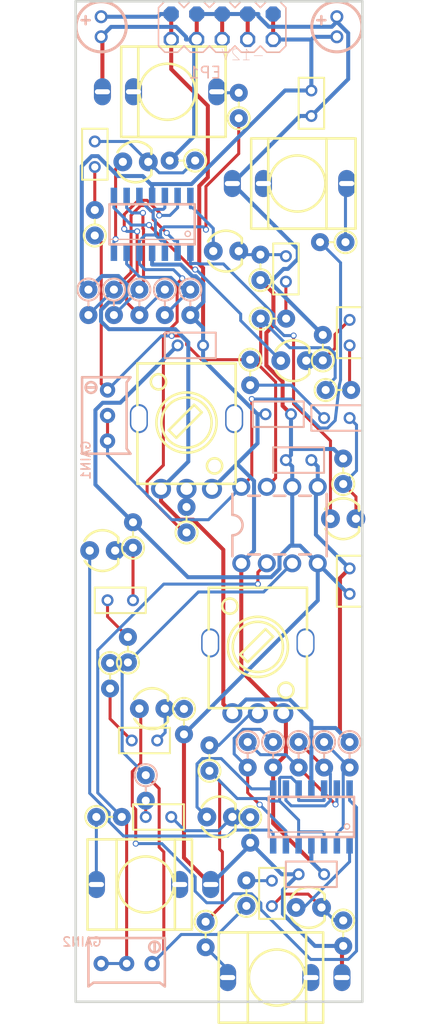
<source format=kicad_pcb>
(kicad_pcb (version 20171130) (host pcbnew "(5.1.5)-3") (page "A4") (layers (0 "F.Cu" signal) (31 "B.Cu" signal) (32 "B.Adhes" user) (33 "F.Adhes" user) (34 "B.Paste" user) (35 "F.Paste" user) (36 "B.SilkS" user) (37 "F.SilkS" user) (38 "B.Mask" user) (39 "F.Mask" user) (40 "Dwgs.User" user) (41 "Cmts.User" user) (42 "Eco1.User" user) (43 "Eco2.User" user) (44 "Edge.Cuts" user) (45 "Margin" user) (46 "B.CrtYd" user) (47 "F.CrtYd" user) (48 "B.Fab" user hide) (49 "F.Fab" user hide)) (net 0 "") (net 1 "+12V") (net 2 "-12V") (net 3 "C10_1") (net 4 "C10_2") (net 5 "C12_1") (net 6 "C12_2") (net 7 "C13_1") (net 8 "C13_2") (net 9 "C14_1") (net 10 "C14_2") (net 11 "C1_1") (net 12 "C1_2") (net 13 "C3_1") (net 14 "C3_2") (net 15 "C5_1") (net 16 "C5_2") (net 17 "C9_1") (net 18 "C9_2") (net 19 "ENERGY1_4") (net 20 "ENERGY1_5") (net 21 "ENERGY2_4") (net 22 "ENERGY2_5") (net 23 "GND") (net 24 "R10_1") (net 25 "R12_1") (net 26 "R13_2") (net 27 "R16_1") (net 28 "R19_1") (net 29 "R1_1") (net 30 "R20_1") (net 31 "R20_2") (net 32 "R21_1") (net 33 "R24_1") (net 34 "R24_2") (net 35 "R27_1") (net 36 "R29_2") (net 37 "R4_1") (net 38 "R5_1") (net 39 "R9_1") (net 40 "U1_1") (net 41 "U1_14") (net 42 "U1_7") (net 43 "U1_8") (net 44 "U2_1") (net 45 "U2_14") (net 46 "U2_7") (net 47 "U2_8") (net 48 "U3_1") (net 49 "U3_2") (net 50 "U3_6") (net 51 "U3_7") (segment (start 30.891 254.902) (end 34.808 254.902) (width 0.3) (layer "B.Cu") (net 48)) (segment (start 34.808 254.902) (end 37.696 257.789) (width 0.3) (layer "B.Cu") (net 48)) (segment (start 37.696 257.789) (end 38.45 257.789) (width 0.3) (layer "B.Cu") (net 48)) (segment (start 38.45 257.789) (end 39.203 257.036) (width 0.3) (layer "B.Cu") (net 48)) (segment (start 39.203 257.036) (end 39.624 253.492) (width 0.3) (layer "B.Cu") (net 48)) (segment (start 39.624 253.492) (end 39.741 252.998) (width 0.3) (layer "B.Cu") (net 48)) (segment (start 39.741 252.998) (end 39.741 241.315) (width 0.3) (layer "B.Cu") (net 48)) (segment (start 39.741 241.315) (end 37.694 239.268) (width 0.3) (layer "B.Cu") (net 48)) (segment (start 19.685 240.289) (end 19.685 241.439) (width 0.3) (layer "B.Cu") (net 33)) (segment (start 19.685 241.439) (end 20.255 242.009) (width 0.3) (layer "B.Cu") (net 33)) (segment (start 20.255 242.009) (end 23.082 242.009) (width 0.3) (layer "B.Cu") (net 33)) (segment (start 23.082 242.009) (end 23.955 242.882) (width 0.3) (layer "B.Cu") (net 33)) (segment (start 19.685 239.714) (end 19.685 240.289) (width 0.3) (layer "B.Cu") (net 33)) (segment (start 21.058 236.163) (end 21.223 235.998) (width 0.3) (layer "B.Cu") (net 33)) (segment (start 21.223 235.998) (end 22.068 235.998) (width 0.3) (layer "B.Cu") (net 33)) (segment (start 22.068 235.998) (end 22.225 235.841) (width 0.3) (layer "B.Cu") (net 33)) (segment (start 19.685 234.691) (end 19.685 235.035) (width 0.3) (layer "B.Cu") (net 33)) (segment (start 19.685 235.035) (end 20.814 236.163) (width 0.3) (layer "B.Cu") (net 33)) (segment (start 20.814 236.163) (end 21.058 236.163) (width 0.3) (layer "B.Cu") (net 33)) (segment (start 21.058 236.163) (end 21.058 236.856) (width 0.3) (layer "B.Cu") (net 33)) (segment (start 21.058 236.856) (end 21.279 237.077) (width 0.3) (layer "B.Cu") (net 33)) (segment (start 21.279 237.077) (end 21.279 238.555) (width 0.3) (layer "B.Cu") (net 33)) (segment (start 21.279 238.555) (end 20.269 238.555) (width 0.3) (layer "B.Cu") (net 33)) (segment (start 20.269 238.555) (end 19.685 239.139) (width 0.3) (layer "B.Cu") (net 33)) (segment (start 26.32 238.021) (end 26.039 237.741) (width 0.3) (layer "B.Cu") (net 33)) (segment (start 26.039 237.741) (end 22.153 237.741) (width 0.3) (layer "B.Cu") (net 33)) (segment (start 22.153 237.741) (end 21.798 238.096) (width 0.3) (layer "B.Cu") (net 33)) (segment (start 21.798 238.096) (end 21.798 238.711) (width 0.3) (layer "B.Cu") (net 33)) (segment (start 21.798 238.711) (end 22.225 239.139) (width 0.3) (layer "B.Cu") (net 33)) (segment (start 19.685 239.714) (end 19.685 239.139) (width 0.3) (layer "B.Cu") (net 33)) (segment (start 21.279 238.555) (end 21.863 239.139) (width 0.3) (layer "B.Cu") (net 33)) (segment (start 21.863 239.139) (end 22.225 239.139) (width 0.3) (layer "B.Cu") (net 33)) (segment (start 22.225 234.691) (end 22.225 235.841) (width 0.3) (layer "B.Cu") (net 33)) (segment (start 22.225 240.289) (end 22.225 239.139) (width 0.3) (layer "B.Cu") (net 33)) (segment (start 31.676 295.319) (end 34.29 297.934) (width 0.3) (layer "B.Cu") (net 37)) (segment (start 34.29 297.934) (end 34.29 299.344) (width 0.3) (layer "B.Cu") (net 37)) (segment (start 33.02 289.08) (end 31.75 287.81) (width 0.3) (layer "B.Cu") (net 37)) (segment (start 31.75 287.81) (end 30.024 287.81) (width 0.3) (layer "B.Cu") (net 37)) (segment (start 30.024 287.81) (end 29.134 288.7) (width 0.3) (layer "B.Cu") (net 37)) (segment (start 29.134 288.7) (end 29.134 290.271) (width 0.3) (layer "B.Cu") (net 37)) (segment (start 29.134 290.271) (end 30.48 291.617) (width 0.3) (layer "B.Cu") (net 37)) (segment (start 40.64 293.746) (end 40.64 294.896) (width 0.3) (layer "B.Cu") (net 45)) (segment (start 40.64 294.896) (end 41.331 295.588) (width 0.3) (layer "B.Cu") (net 45)) (segment (start 41.331 295.588) (end 41.331 309.904) (width 0.3) (layer "B.Cu") (net 45)) (segment (start 41.331 309.904) (end 40.491 310.745) (width 0.3) (layer "B.Cu") (net 45)) (segment (start 40.491 310.745) (end 36.766 310.745) (width 0.3) (layer "B.Cu") (net 45)) (segment (start 36.766 310.745) (end 31.796 305.775) (width 0.3) (layer "B.Cu") (net 45)) (segment (start 31.796 305.775) (end 31.796 305.135) (width 0.3) (layer "B.Cu") (net 45)) (segment (start 31.796 305.135) (end 30.861 304.2) (width 0.3) (layer "B.Cu") (net 45)) (segment (start 30.861 304.2) (end 29.056 304.2) (width 0.3) (layer "B.Cu") (net 45)) (segment (start 29.056 304.2) (end 28.158 305.097) (width 0.3) (layer "B.Cu") (net 45)) (segment (start 28.158 305.097) (end 26.393 305.097) (width 0.3) (layer "B.Cu") (net 45)) (segment (start 26.393 305.097) (end 25.244 303.947) (width 0.3) (layer "B.Cu") (net 45)) (segment (start 25.244 303.947) (end 25.244 302.521) (width 0.3) (layer "B.Cu") (net 45)) (segment (start 25.244 302.521) (end 21.922 299.2) (width 0.3) (layer "B.Cu") (net 45)) (segment (start 21.922 299.2) (end 19.323 299.2) (width 0.3) (layer "B.Cu") (net 45)) (segment (start 23.495 240.289) (end 23.495 239.139) (width 0.3) (layer "B.Cu") (net 32)) (segment (start 22.405 238.348) (end 23.196 239.139) (width 0.3) (layer "B.Cu") (net 32)) (segment (start 23.196 239.139) (end 23.495 239.139) (width 0.3) (layer "B.Cu") (net 32)) (segment (start 14.605 246.532) (end 17.142 243.995) (width 0.3) (layer "B.Cu") (net 32)) (segment (start 17.142 243.995) (end 17.145 243.995) (width 0.3) (layer "B.Cu") (net 32)) (segment (start 36.83 287.682) (end 36.83 293.746) (width 0.4) (layer "B.Cu") (net 2)) (segment (start 28.956 286.202) (end 30.319 284.839) (width 0.4) (layer "B.Cu") (net 2)) (segment (start 30.319 284.839) (end 34.665 284.839) (width 0.4) (layer "B.Cu") (net 2)) (segment (start 34.665 284.839) (end 36.83 287.004) (width 0.4) (layer "B.Cu") (net 2)) (segment (start 36.83 287.004) (end 36.83 287.682) (width 0.4) (layer "B.Cu") (net 2)) (segment (start 36.83 287.682) (end 39.242 287.682) (width 0.4) (layer "B.Cu") (net 2)) (segment (start 39.242 287.682) (end 40.64 289.08) (width 0.4) (layer "B.Cu") (net 2)) (segment (start 21.844 263.85) (end 24.562 261.132) (width 0.4) (layer "B.Cu") (net 2)) (segment (start 24.562 261.132) (end 24.562 249.249) (width 0.4) (layer "B.Cu") (net 2)) (segment (start 24.562 249.249) (end 23.253 247.94) (width 0.4) (layer "B.Cu") (net 2)) (segment (start 23.253 247.94) (end 16.641 247.94) (width 0.4) (layer "B.Cu") (net 2)) (segment (start 16.641 247.94) (end 15.865 247.164) (width 0.4) (layer "B.Cu") (net 2)) (segment (start 15.865 247.164) (end 15.865 246.03) (width 0.4) (layer "B.Cu") (net 2)) (segment (start 15.865 246.03) (end 16.632 245.264) (width 0.4) (layer "B.Cu") (net 2)) (segment (start 16.632 245.264) (end 17.692 245.264) (width 0.4) (layer "B.Cu") (net 2)) (segment (start 17.692 245.264) (end 18.415 244.541) (width 0.4) (layer "B.Cu") (net 2)) (segment (start 18.415 244.541) (end 18.415 243.466) (width 0.4) (layer "B.Cu") (net 2)) (segment (start 18.415 243.466) (end 17.591 242.642) (width 0.4) (layer "B.Cu") (net 2)) (segment (start 17.591 242.642) (end 15.958 242.642) (width 0.4) (layer "B.Cu") (net 2)) (segment (start 15.958 242.642) (end 14.605 243.995) (width 0.4) (layer "B.Cu") (net 2)) (segment (start 20.955 233.621) (end 20.014 232.68) (width 0.4) (layer "B.Cu") (net 2)) (segment (start 20.014 232.68) (end 17.546 232.68) (width 0.4) (layer "B.Cu") (net 2)) (segment (start 17.546 232.68) (end 15.565 230.699) (width 0.4) (layer "B.Cu") (net 2)) (segment (start 15.565 230.699) (end 14.939 230.699) (width 0.4) (layer "B.Cu") (net 2)) (segment (start 14.939 230.699) (end 13.942 231.697) (width 0.4) (layer "B.Cu") (net 2)) (segment (start 13.942 231.697) (end 13.942 243.332) (width 0.4) (layer "B.Cu") (net 2)) (segment (start 13.942 243.332) (end 14.605 243.995) (width 0.4) (layer "B.Cu") (net 2)) (segment (start 20.955 233.621) (end 20.955 233.481) (width 0.4) (layer "B.Cu") (net 2)) (segment (start 20.955 234.691) (end 20.955 233.621) (width 0.4) (layer "B.Cu") (net 2)) (segment (start 20.955 233.481) (end 24.88 233.481) (width 0.4) (layer "B.Cu") (net 2)) (segment (start 24.88 233.481) (end 34.206 224.155) (width 0.4) (layer "B.Cu") (net 2)) (segment (start 34.206 224.155) (end 36.83 224.155) (width 0.4) (layer "B.Cu") (net 2)) (segment (start 36.83 219.075) (end 36.83 224.155) (width 0.4) (layer "B.Cu") (net 2)) (segment (start 39.37 218.805) (end 37.1 218.805) (width 0.4) (layer "B.Cu") (net 2)) (segment (start 37.1 218.805) (end 36.83 219.075) (width 0.4) (layer "B.Cu") (net 2)) (segment (start 36.83 219.075) (end 34.084 219.075) (width 0.4) (layer "B.Cu") (net 2)) (segment (start 37.465 263.652) (end 37.284 263.833) (width 0.4) (layer "B.Cu") (net 2)) (segment (start 37.284 263.833) (end 37.284 268.424) (width 0.4) (layer "B.Cu") (net 2)) (segment (start 37.284 268.424) (end 40.64 271.78) (width 0.4) (layer "B.Cu") (net 2)) (segment (start 36.83 260.985) (end 37.465 261.62) (width 0.4) (layer "B.Cu") (net 2)) (segment (start 37.465 261.62) (end 37.465 263.652) (width 0.4) (layer "B.Cu") (net 2)) (segment (start 33.02 219.075) (end 34.084 219.075) (width 0.4) (layer "B.Cu") (net 2)) (segment (start 39.37 293.746) (end 39.37 295.163) (width 0.3) (layer "B.Cu") (net 24)) (segment (start 39.37 295.163) (end 39.238 295.295) (width 0.3) (layer "B.Cu") (net 24)) (segment (start 35.56 291.617) (end 34.285 290.343) (width 0.3) (layer "B.Cu") (net 24)) (segment (start 34.285 290.343) (end 31.743 290.343) (width 0.3) (layer "B.Cu") (net 24)) (segment (start 31.743 290.343) (end 30.48 289.08) (width 0.3) (layer "B.Cu") (net 24)) (segment (start 18.415 235.841) (end 18.928 236.354) (width 0.3) (layer "B.Cu") (net 25)) (segment (start 18.928 236.354) (end 20.038 236.354) (width 0.3) (layer "B.Cu") (net 25)) (segment (start 18.415 234.691) (end 18.415 235.841) (width 0.3) (layer "B.Cu") (net 25)) (segment (start 17.145 246.532) (end 19.682 243.995) (width 0.3) (layer "B.Cu") (net 25)) (segment (start 19.682 243.995) (end 19.685 243.995) (width 0.3) (layer "B.Cu") (net 25)) (segment (start 23.495 234.691) (end 23.495 235.841) (width 0.3) (layer "B.Cu") (net 38)) (segment (start 19.461 238.195) (end 18.422 238.195) (width 0.3) (layer "B.Cu") (net 38)) (segment (start 18.422 238.195) (end 18.177 237.95) (width 0.3) (layer "B.Cu") (net 38)) (segment (start 21.665 236.605) (end 22.731 236.605) (width 0.3) (layer "B.Cu") (net 38)) (segment (start 22.731 236.605) (end 23.495 235.841) (width 0.3) (layer "B.Cu") (net 38)) (segment (start 19.685 246.532) (end 22.222 243.995) (width 0.3) (layer "B.Cu") (net 38)) (segment (start 22.222 243.995) (end 22.225 243.995) (width 0.3) (layer "B.Cu") (net 38)) (segment (start 20.955 241.499) (end 23.81 241.499) (width 0.4) (layer "B.Cu") (net 1)) (segment (start 23.81 241.499) (end 24.974 242.663) (width 0.4) (layer "B.Cu") (net 1)) (segment (start 24.974 242.663) (end 25.3 242.663) (width 0.4) (layer "B.Cu") (net 1)) (segment (start 25.3 242.663) (end 26.072 243.436) (width 0.4) (layer "B.Cu") (net 1)) (segment (start 26.072 243.436) (end 26.072 245.225) (width 0.4) (layer "B.Cu") (net 1)) (segment (start 26.072 245.225) (end 24.765 246.532) (width 0.4) (layer "B.Cu") (net 1)) (segment (start 20.955 240.289) (end 20.955 241.499) (width 0.4) (layer "B.Cu") (net 1)) (segment (start 31.462 256.413) (end 32.258 256.413) (width 0.4) (layer "B.Cu") (net 1)) (segment (start 26.035 249.555) (end 26.035 250.986) (width 0.4) (layer "B.Cu") (net 1)) (segment (start 26.035 250.986) (end 31.462 256.413) (width 0.4) (layer "B.Cu") (net 1)) (segment (start 31.462 256.413) (end 31.462 259.312) (width 0.4) (layer "B.Cu") (net 1)) (segment (start 31.462 259.312) (end 29.416 261.358) (width 0.4) (layer "B.Cu") (net 1)) (segment (start 29.416 261.358) (end 26.924 263.85) (width 0.4) (layer "B.Cu") (net 1)) (segment (start 38.1 302.26) (end 36.83 300.99) (width 0.4) (layer "B.Cu") (net 1)) (segment (start 36.83 300.99) (end 36.83 299.344) (width 0.4) (layer "B.Cu") (net 1)) (segment (start 22.86 216.535) (end 21.796 216.535) (width 0.4) (layer "B.Cu") (net 1)) (segment (start 15.875 216.805) (end 21.526 216.805) (width 0.4) (layer "B.Cu") (net 1)) (segment (start 21.526 216.805) (end 21.796 216.535) (width 0.4) (layer "B.Cu") (net 1)) (segment (start 24.765 246.532) (end 26.035 247.802) (width 0.4) (layer "B.Cu") (net 1)) (segment (start 26.035 247.802) (end 26.035 249.555) (width 0.4) (layer "B.Cu") (net 1)) (segment (start 17.314 238.97) (end 17.145 239.139) (width 0.3) (layer "B.Cu") (net 42)) (segment (start 17.145 240.289) (end 17.145 239.139) (width 0.3) (layer "B.Cu") (net 42)) (segment (start 34.29 293.746) (end 34.29 294.896) (width 0.3) (layer "B.Cu") (net 28)) (segment (start 34.29 294.896) (end 34.831 295.438) (width 0.3) (layer "B.Cu") (net 28)) (segment (start 34.831 295.438) (end 38.205 295.438) (width 0.3) (layer "B.Cu") (net 28)) (segment (start 38.205 295.438) (end 38.727 294.915) (width 0.3) (layer "B.Cu") (net 28)) (segment (start 38.727 294.915) (end 38.727 292.245) (width 0.3) (layer "B.Cu") (net 28)) (segment (start 38.727 292.245) (end 38.1 291.617) (width 0.3) (layer "B.Cu") (net 28)) (segment (start 35.56 298.031) (end 35.56 296.857) (width 0.3) (layer "B.Cu") (net 30)) (segment (start 35.56 296.857) (end 33.663 294.96) (width 0.3) (layer "B.Cu") (net 30)) (segment (start 35.56 298.194) (end 35.56 298.031) (width 0.3) (layer "B.Cu") (net 30)) (segment (start 35.56 298.031) (end 37.937 298.031) (width 0.3) (layer "B.Cu") (net 30)) (segment (start 37.937 298.031) (end 38.1 298.194) (width 0.3) (layer "B.Cu") (net 30)) (segment (start 38.1 299.344) (end 38.1 298.194) (width 0.3) (layer "B.Cu") (net 30)) (segment (start 35.56 293.746) (end 35.56 293.343) (width 0.3) (layer "B.Cu") (net 30)) (segment (start 35.56 293.343) (end 34.811 292.594) (width 0.3) (layer "B.Cu") (net 30)) (segment (start 34.811 292.594) (end 33.755 292.594) (width 0.3) (layer "B.Cu") (net 30)) (segment (start 33.755 292.594) (end 33.663 292.686) (width 0.3) (layer "B.Cu") (net 30)) (segment (start 33.663 292.686) (end 33.663 294.96) (width 0.3) (layer "B.Cu") (net 30)) (segment (start 26.67 291.945) (end 29.437 294.712) (width 0.3) (layer "B.Cu") (net 30)) (segment (start 29.437 294.712) (end 32.353 294.712) (width 0.3) (layer "B.Cu") (net 30)) (segment (start 32.353 294.712) (end 32.601 294.96) (width 0.3) (layer "B.Cu") (net 30)) (segment (start 32.601 294.96) (end 33.663 294.96) (width 0.3) (layer "B.Cu") (net 30)) (segment (start 35.56 299.344) (end 35.56 298.194) (width 0.3) (layer "B.Cu") (net 30)) (segment (start 38.1 293.746) (end 38.1 294.896) (width 0.3) (layer "B.Cu") (net 30)) (segment (start 35.56 293.746) (end 35.56 294.896) (width 0.3) (layer "B.Cu") (net 30)) (segment (start 35.56 294.896) (end 35.57 294.906) (width 0.3) (layer "B.Cu") (net 30)) (segment (start 35.57 294.906) (end 38.09 294.906) (width 0.3) (layer "B.Cu") (net 30)) (segment (start 38.09 294.906) (end 38.1 294.896) (width 0.3) (layer "B.Cu") (net 30)) (segment (start 33.02 293.746) (end 30.864 293.746) (width 0.3) (layer "B.Cu") (net 47)) (segment (start 30.864 293.746) (end 27.842 290.725) (width 0.3) (layer "B.Cu") (net 47)) (segment (start 27.842 290.725) (end 25.963 290.725) (width 0.3) (layer "B.Cu") (net 47)) (segment (start 25.963 290.725) (end 25.43 291.257) (width 0.3) (layer "B.Cu") (net 47)) (segment (start 25.43 291.257) (end 25.43 295.559) (width 0.3) (layer "B.Cu") (net 47)) (segment (start 25.43 295.559) (end 26.416 296.545) (width 0.3) (layer "B.Cu") (net 47)) (segment (start 16.51 259.08) (end 16.51 260.518) (width 0.3) (layer "B.Cu") (net 48)) (segment (start 16.51 260.518) (end 22.919 266.927) (width 0.3) (layer "B.Cu") (net 48)) (segment (start 22.919 266.927) (end 26.57 266.927) (width 0.3) (layer "B.Cu") (net 48)) (segment (start 26.57 266.927) (end 29.845 263.652) (width 0.3) (layer "B.Cu") (net 48)) (segment (start 27.051 240.157) (end 27.051 237.894) (width 0.3) (layer "B.Cu") (net 41)) (segment (start 27.051 237.894) (end 24.998 235.841) (width 0.3) (layer "B.Cu") (net 41)) (segment (start 24.998 235.841) (end 24.765 235.841) (width 0.3) (layer "B.Cu") (net 41)) (segment (start 24.765 234.691) (end 24.765 235.841) (width 0.3) (layer "B.Cu") (net 41)) (segment (start 40.005 263.37) (end 41.329 262.046) (width 0.3) (layer "B.Cu") (net 8)) (segment (start 41.329 262.046) (end 41.329 257.483) (width 0.3) (layer "B.Cu") (net 8)) (segment (start 41.329 257.483) (end 40.64 256.794) (width 0.3) (layer "B.Cu") (net 8)) (segment (start 35.056 248.577) (end 34.106 248.577) (width 0.3) (layer "B.Cu") (net 40)) (segment (start 34.106 248.577) (end 33.047 247.517) (width 0.3) (layer "B.Cu") (net 40)) (segment (start 33.047 247.517) (end 33.047 246.423) (width 0.3) (layer "B.Cu") (net 40)) (segment (start 33.047 246.423) (end 28.063 241.439) (width 0.3) (layer "B.Cu") (net 40)) (segment (start 28.063 241.439) (end 25.549 241.439) (width 0.3) (layer "B.Cu") (net 40)) (segment (start 25.549 241.439) (end 25.501 241.391) (width 0.3) (layer "B.Cu") (net 40)) (segment (start 25.501 241.391) (end 24.998 241.391) (width 0.3) (layer "B.Cu") (net 40)) (segment (start 24.998 241.391) (end 24.949 241.439) (width 0.3) (layer "B.Cu") (net 40)) (segment (start 24.949 241.439) (end 24.765 241.439) (width 0.3) (layer "B.Cu") (net 40)) (segment (start 24.765 240.289) (end 24.765 241.439) (width 0.3) (layer "B.Cu") (net 40)) (segment (start 33.02 299.344) (end 33.02 298.194) (width 0.3) (layer "B.Cu") (net 46)) (segment (start 33.02 298.194) (end 32.678 297.852) (width 0.3) (layer "B.Cu") (net 46)) (segment (start 32.678 297.852) (end 29.087 297.852) (width 0.3) (layer "B.Cu") (net 46)) (segment (start 29.087 297.852) (end 28.493 298.446) (width 0.3) (layer "B.Cu") (net 46)) (segment (start 28.493 298.446) (end 18.1 298.446) (width 0.3) (layer "B.Cu") (net 46)) (segment (start 18.1 298.446) (end 16.664 297.009) (width 0.3) (layer "B.Cu") (net 46)) (segment (start 16.664 297.009) (end 16.664 296.111) (width 0.3) (layer "B.Cu") (net 46)) (segment (start 16.664 296.111) (end 14.732 294.18) (width 0.3) (layer "B.Cu") (net 46)) (segment (start 14.732 294.18) (end 14.732 270.002) (width 0.3) (layer "B.Cu") (net 46)) (segment (start 34.925 271.272) (end 32.07 274.127) (width 0.3) (layer "B.Cu") (net 50)) (segment (start 32.07 274.127) (end 25.565 274.127) (width 0.3) (layer "B.Cu") (net 50)) (segment (start 25.565 274.127) (end 18.542 281.15) (width 0.3) (layer "B.Cu") (net 50)) (segment (start 20.955 311.15) (end 23.849 308.256) (width 0.3) (layer "B.Cu") (net 50)) (segment (start 23.849 308.256) (end 27.504 308.256) (width 0.3) (layer "B.Cu") (net 50)) (segment (start 27.504 308.256) (end 30.353 305.407) (width 0.3) (layer "B.Cu") (net 50)) (segment (start 17.966 281.726) (end 17.966 290.028) (width 0.3) (layer "B.Cu") (net 50)) (segment (start 17.966 290.028) (end 20.32 292.382) (width 0.3) (layer "B.Cu") (net 50)) (segment (start 17.966 281.726) (end 18.542 281.15) (width 0.3) (layer "B.Cu") (net 50)) (segment (start 16.764 281.206) (end 17.284 281.726) (width 0.3) (layer "B.Cu") (net 50)) (segment (start 17.284 281.726) (end 17.966 281.726) (width 0.3) (layer "B.Cu") (net 50)) (segment (start 15.395 296.545) (end 15.395 303.271) (width 0.3) (layer "B.Cu") (net 27)) (segment (start 15.395 303.271) (end 15.4 303.276) (width 0.3) (layer "B.Cu") (net 27)) (segment (start 38.1 256.794) (end 34.823 253.517) (width 0.3) (layer "B.Cu") (net 7)) (segment (start 34.823 253.517) (end 30.734 253.517) (width 0.3) (layer "B.Cu") (net 7)) (segment (start 22.253 285.778) (end 22.225 285.75) (width 0.3) (layer "B.Cu") (net 18)) (segment (start 24.13 285.778) (end 22.253 285.778) (width 0.3) (layer "B.Cu") (net 18)) (segment (start 22.253 285.778) (end 22.253 288.135) (width 0.3) (layer "B.Cu") (net 18)) (segment (start 22.253 288.135) (end 21.463 288.925) (width 0.3) (layer "B.Cu") (net 18)) (segment (start 40.64 299.344) (end 40.64 301.012) (width 0.3) (layer "B.Cu") (net 44)) (segment (start 40.64 301.012) (end 36.09 305.562) (width 0.3) (layer "B.Cu") (net 44)) (segment (start 36.09 305.562) (end 35.306 305.562) (width 0.3) (layer "B.Cu") (net 44)) (segment (start 29.591 224.384) (end 27.501 224.384) (width 0.3) (layer "B.Cu") (net 34)) (segment (start 27.501 224.384) (end 27.399 224.282) (width 0.3) (layer "B.Cu") (net 34)) (segment (start 26.289 309.524) (end 28.481 311.716) (width 0.3) (layer "B.Cu") (net 36)) (segment (start 28.481 311.716) (end 28.481 312.547) (width 0.3) (layer "B.Cu") (net 36)) (segment (start 40.231 239.268) (end 40.231 233.548) (width 0.3) (layer "B.Cu") (net 39)) (segment (start 40.231 233.548) (end 40.353 233.426) (width 0.3) (layer "B.Cu") (net 39)) (segment (start 26.67 289.408) (end 27.604 289.408) (width 0.3) (layer "B.Cu") (net 31)) (segment (start 27.604 289.408) (end 30.809 286.202) (width 0.3) (layer "B.Cu") (net 31)) (segment (start 30.809 286.202) (end 31.496 286.202) (width 0.3) (layer "B.Cu") (net 31)) (segment (start 40.005 291.617) (end 40.005 297.559) (width 0.3) (layer "B.Cu") (net 35)) (segment (start 40.005 297.559) (end 39.37 298.194) (width 0.3) (layer "B.Cu") (net 35)) (segment (start 38.1 289.08) (end 40.005 290.985) (width 0.3) (layer "B.Cu") (net 35)) (segment (start 40.005 290.985) (end 40.005 291.617) (width 0.3) (layer "B.Cu") (net 35)) (segment (start 40.005 291.617) (end 40.64 291.617) (width 0.3) (layer "B.Cu") (net 35)) (segment (start 39.37 299.344) (end 39.37 298.194) (width 0.3) (layer "B.Cu") (net 35)) (segment (start 40.005 306.86) (end 39.144 306.86) (width 0.3) (layer "B.Cu") (net 10)) (segment (start 39.144 306.86) (end 37.846 305.562) (width 0.3) (layer "B.Cu") (net 10)) (segment (start 37.973 251.051) (end 36.35 251.051) (width 0.3) (layer "B.Cu") (net 4)) (segment (start 36.35 251.051) (end 36.322 251.079) (width 0.3) (layer "B.Cu") (net 4)) (segment (start 15.24 229.235) (end 18.542 229.235) (width 0.3) (layer "B.Cu") (net 12)) (segment (start 18.542 229.235) (end 20.574 231.267) (width 0.3) (layer "B.Cu") (net 12)) (segment (start 25.245 231.14) (end 24.023 232.362) (width 0.3) (layer "B.Cu") (net 12)) (segment (start 24.023 232.362) (end 21.669 232.362) (width 0.3) (layer "B.Cu") (net 12)) (segment (start 21.669 232.362) (end 20.574 231.267) (width 0.3) (layer "B.Cu") (net 12)) (segment (start 31.75 240.513) (end 34.138 240.513) (width 0.3) (layer "B.Cu") (net 16)) (segment (start 34.138 240.513) (end 34.29 240.665) (width 0.3) (layer "B.Cu") (net 16)) (segment (start 29.591 240.157) (end 29.947 240.513) (width 0.3) (layer "B.Cu") (net 16)) (segment (start 29.947 240.513) (end 31.75 240.513) (width 0.3) (layer "B.Cu") (net 16)) (segment (start 28.956 296.545) (end 27.586 297.915) (width 0.3) (layer "B.Cu") (net 6)) (segment (start 27.586 297.915) (end 24.23 297.915) (width 0.3) (layer "B.Cu") (net 6)) (segment (start 24.23 297.915) (end 22.86 296.545) (width 0.3) (layer "B.Cu") (net 6)) (segment (start 30.734 296.573) (end 28.984 296.573) (width 0.3) (layer "B.Cu") (net 6)) (segment (start 28.984 296.573) (end 28.956 296.545) (width 0.3) (layer "B.Cu") (net 6)) (segment (start 19.05 269.72) (end 17.554 269.72) (width 0.3) (layer "B.Cu") (net 14)) (segment (start 17.554 269.72) (end 17.272 270.002) (width 0.3) (layer "B.Cu") (net 14)) (segment (start 18.415 241.439) (end 19.752 242.776) (width 0.3) (layer "B.Cu") (net 29)) (segment (start 19.752 242.776) (end 22.833 242.776) (width 0.3) (layer "B.Cu") (net 29)) (segment (start 22.833 242.776) (end 24.407 244.35) (width 0.3) (layer "B.Cu") (net 29)) (segment (start 24.407 244.35) (end 22.225 246.532) (width 0.3) (layer "B.Cu") (net 29)) (segment (start 24.765 243.995) (end 24.762 243.995) (width 0.3) (layer "B.Cu") (net 29)) (segment (start 24.762 243.995) (end 24.407 244.35) (width 0.3) (layer "B.Cu") (net 29)) (segment (start 18.415 240.289) (end 18.415 241.439) (width 0.3) (layer "B.Cu") (net 29)) (segment (start 17.145 234.691) (end 17.145 235.841) (width 0.3) (layer "B.Cu") (net 43)) (segment (start 17.145 235.841) (end 18.866 237.563) (width 0.3) (layer "B.Cu") (net 43)) (segment (start 18.866 237.563) (end 20.649 237.563) (width 0.3) (layer "B.Cu") (net 43)) (segment (start 25.249 241.998) (end 25.357 241.998) (width 0.3) (layer "B.Cu") (net 43)) (segment (start 25.357 241.998) (end 29.785 246.426) (width 0.3) (layer "B.Cu") (net 43)) (segment (start 29.785 246.426) (end 29.785 247.082) (width 0.3) (layer "B.Cu") (net 43)) (segment (start 29.785 247.082) (end 33.782 251.079) (width 0.3) (layer "B.Cu") (net 43)) (segment (start 16.51 254) (end 21.9 248.61) (width 0.3) (layer "B.Cu") (net 49)) (segment (start 21.9 248.61) (end 22.903 248.61) (width 0.3) (layer "B.Cu") (net 49)) (segment (start 38.001 254) (end 39.202 252.799) (width 0.3) (layer "B.Cu") (net 49)) (segment (start 39.202 252.799) (end 39.202 250.412) (width 0.3) (layer "B.Cu") (net 49)) (segment (start 39.202 250.412) (end 38.579 249.788) (width 0.3) (layer "B.Cu") (net 49)) (segment (start 38.579 249.788) (end 34.678 249.788) (width 0.3) (layer "B.Cu") (net 49)) (segment (start 34.678 249.788) (end 31.778 246.888) (width 0.3) (layer "B.Cu") (net 49)) (segment (start 31.498 273.341) (end 22.114 273.341) (width 0.3) (layer "B.Cu") (net 51)) (segment (start 22.114 273.341) (end 15.535 279.92) (width 0.3) (layer "B.Cu") (net 51)) (segment (start 15.535 279.92) (end 15.535 294.148) (width 0.3) (layer "B.Cu") (net 51)) (segment (start 15.535 294.148) (end 17.932 296.545) (width 0.3) (layer "B.Cu") (net 51)) (segment (start 15.875 311.15) (end 18.415 311.15) (width 0.3) (layer "B.Cu") (net 51)) (segment (start 32.893 302.895) (end 30.378 302.895) (width 0.3) (layer "B.Cu") (net 9)) (segment (start 30.378 302.895) (end 30.353 302.87) (width 0.3) (layer "B.Cu") (net 9)) (segment (start 34.925 269.512) (end 34.725 269.512) (width 0.4) (layer "B.Cu") (net 23)) (segment (start 34.725 269.512) (end 33.655 270.582) (width 0.4) (layer "B.Cu") (net 23)) (segment (start 33.655 270.582) (end 33.655 271.82) (width 0.4) (layer "B.Cu") (net 23)) (segment (start 33.655 271.82) (end 32.818 272.658) (width 0.4) (layer "B.Cu") (net 23)) (segment (start 32.818 272.658) (end 24.525 272.658) (width 0.4) (layer "B.Cu") (net 23)) (segment (start 24.525 272.658) (end 19.05 267.183) (width 0.4) (layer "B.Cu") (net 23)) (segment (start 37.465 271.272) (end 35.705 269.512) (width 0.4) (layer "B.Cu") (net 23)) (segment (start 35.705 269.512) (end 34.925 269.512) (width 0.4) (layer "B.Cu") (net 23)) (segment (start 34.925 263.652) (end 34.925 269.512) (width 0.4) (layer "B.Cu") (net 23)) (segment (start 32.725 243.265) (end 32.509 243.05) (width 0.4) (layer "B.Cu") (net 23)) (segment (start 32.509 243.05) (end 31.75 243.05) (width 0.4) (layer "B.Cu") (net 23)) (segment (start 37.973 248.514) (end 32.725 243.265) (width 0.4) (layer "B.Cu") (net 23)) (segment (start 28.953 233.426) (end 35.468 239.941) (width 0.4) (layer "B.Cu") (net 23)) (segment (start 35.468 239.941) (end 35.468 240.953) (width 0.4) (layer "B.Cu") (net 23)) (segment (start 35.468 240.953) (end 34.486 241.935) (width 0.4) (layer "B.Cu") (net 23)) (segment (start 34.486 241.935) (end 34.055 241.935) (width 0.4) (layer "B.Cu") (net 23)) (segment (start 34.055 241.935) (end 32.725 243.265) (width 0.4) (layer "B.Cu") (net 23)) (segment (start 28.953 233.426) (end 35.684 226.695) (width 0.4) (layer "B.Cu") (net 23)) (segment (start 35.684 226.695) (end 36.83 226.695) (width 0.4) (layer "B.Cu") (net 23)) (segment (start 24.13 288.315) (end 37.465 274.98) (width 0.4) (layer "B.Cu") (net 23)) (segment (start 37.465 274.98) (end 37.465 271.272) (width 0.4) (layer "B.Cu") (net 23)) (segment (start 39.37 217.305) (end 40.504 218.439) (width 0.4) (layer "B.Cu") (net 23)) (segment (start 40.504 218.439) (end 40.504 223.021) (width 0.4) (layer "B.Cu") (net 23)) (segment (start 40.504 223.021) (end 36.83 226.695) (width 0.4) (layer "B.Cu") (net 23)) (segment (start 31.544 216.535) (end 31.544 216.755) (width 0.4) (layer "B.Cu") (net 23)) (segment (start 31.544 216.755) (end 32.594 217.805) (width 0.4) (layer "B.Cu") (net 23)) (segment (start 32.594 217.805) (end 38.87 217.805) (width 0.4) (layer "B.Cu") (net 23)) (segment (start 38.87 217.805) (end 39.37 217.305) (width 0.4) (layer "B.Cu") (net 23)) (segment (start 39.37 216.805) (end 39.37 217.305) (width 0.4) (layer "B.Cu") (net 23)) (segment (start 40.005 309.397) (end 37.183 309.397) (width 0.4) (layer "B.Cu") (net 23)) (segment (start 37.183 309.397) (end 33.995 306.209) (width 0.4) (layer "B.Cu") (net 23)) (segment (start 33.995 306.209) (end 33.995 303.825) (width 0.4) (layer "B.Cu") (net 23)) (segment (start 33.995 303.825) (end 35.56 302.26) (width 0.4) (layer "B.Cu") (net 23)) (segment (start 25.149 219.075) (end 24.336 219.075) (width 0.4) (layer "B.Cu") (net 23)) (segment (start 25.4 219.075) (end 25.149 219.075) (width 0.4) (layer "B.Cu") (net 23)) (segment (start 22.708 231.14) (end 25.149 228.699) (width 0.4) (layer "B.Cu") (net 23)) (segment (start 25.149 228.699) (end 25.149 219.075) (width 0.4) (layer "B.Cu") (net 23)) (segment (start 19.05 267.183) (end 15.302 263.435) (width 0.4) (layer "B.Cu") (net 23)) (segment (start 15.302 263.435) (end 15.302 255.995) (width 0.4) (layer "B.Cu") (net 23)) (segment (start 15.302 255.995) (end 16.027 255.27) (width 0.4) (layer "B.Cu") (net 23)) (segment (start 16.027 255.27) (end 17.78 255.27) (width 0.4) (layer "B.Cu") (net 23)) (segment (start 17.78 255.27) (end 23.495 249.555) (width 0.4) (layer "B.Cu") (net 23)) (segment (start 30.85 299.226) (end 30.734 299.11) (width 0.4) (layer "B.Cu") (net 23)) (segment (start 35.56 302.26) (end 33.884 302.26) (width 0.4) (layer "B.Cu") (net 23)) (segment (start 33.884 302.26) (end 30.85 299.226) (width 0.4) (layer "B.Cu") (net 23)) (segment (start 30.85 299.226) (end 26.8 303.276) (width 0.4) (layer "B.Cu") (net 23)) (segment (start 34.29 260.985) (end 34.925 261.62) (width 0.4) (layer "B.Cu") (net 23)) (segment (start 34.925 261.62) (end 34.925 263.652) (width 0.4) (layer "B.Cu") (net 23)) (segment (start 24.336 219.075) (end 24.336 218.809) (width 0.4) (layer "B.Cu") (net 23)) (segment (start 24.336 218.809) (end 23.342 217.815) (width 0.4) (layer "B.Cu") (net 23)) (segment (start 23.342 217.815) (end 16.864 217.815) (width 0.4) (layer "B.Cu") (net 23)) (segment (start 16.864 217.815) (end 15.875 218.805) (width 0.4) (layer "B.Cu") (net 23)) (segment (start 27.94 216.535) (end 25.4 216.535) (width 0.4) (layer "B.Cu") (net 23)) (segment (start 31.012 216.535) (end 30.48 216.535) (width 0.4) (layer "B.Cu") (net 23)) (segment (start 31.012 216.535) (end 31.544 216.535) (width 0.4) (layer "B.Cu") (net 23)) (segment (start 34.798 259.879) (end 34.798 260.477) (width 0.4) (layer "B.Cu") (net 23)) (segment (start 34.798 260.477) (end 34.29 260.985) (width 0.4) (layer "B.Cu") (net 23)) (segment (start 34.798 256.413) (end 34.798 259.879) (width 0.4) (layer "B.Cu") (net 23)) (segment (start 34.798 259.879) (end 39.051 259.879) (width 0.4) (layer "B.Cu") (net 23)) (segment (start 39.051 259.879) (end 40.005 260.833) (width 0.4) (layer "B.Cu") (net 23)) (segment (start 37.465 271.272) (end 40.513 274.32) (width 0.4) (layer "B.Cu") (net 23)) (segment (start 40.513 274.32) (end 40.64 274.32) (width 0.4) (layer "B.Cu") (net 23)) (segment (start 30.48 216.535) (end 27.94 216.535) (width 0.4) (layer "B.Cu") (net 23)) (segment (start 29.845 271.272) (end 31.115 270.002) (width 0.4) (layer "B.Cu") (net 1)) (segment (start 31.115 270.002) (end 31.115 263.057) (width 0.4) (layer "B.Cu") (net 1)) (segment (start 31.115 263.057) (end 29.416 261.358) (width 0.4) (layer "B.Cu") (net 1)) (gr_line (start 13.335 215.265) (end 41.91 215.265) (width 0.254) (layer "Edge.Cuts")) (gr_line (start 41.91 215.265) (end 41.91 314.96) (width 0.254) (layer "Edge.Cuts")) (gr_line (start 41.91 314.96) (end 13.335 314.96) (width 0.254) (layer "Edge.Cuts")) (gr_line (start 13.335 314.96) (end 13.335 215.265) (width 0.254) (layer "Edge.Cuts")) (segment (start 23.955 242.882) (end 23.448 243.389) (width 0.3) (layer "F.Cu") (net 33)) (segment (start 23.448 243.389) (end 23.448 247.208) (width 0.3) (layer "F.Cu") (net 33)) (segment (start 23.448 247.208) (end 22.076 248.579) (width 0.3) (layer "F.Cu") (net 33)) (segment (start 22.076 248.579) (end 22.076 261.493) (width 0.3) (layer "F.Cu") (net 33)) (segment (start 22.076 261.493) (end 20.454 263.115) (width 0.3) (layer "F.Cu") (net 33)) (segment (start 20.454 263.115) (end 20.454 264.493) (width 0.3) (layer "F.Cu") (net 33)) (segment (start 20.454 264.493) (end 24.157 268.196) (width 0.3) (layer "F.Cu") (net 33)) (segment (start 24.157 268.196) (end 24.384 268.196) (width 0.3) (layer "F.Cu") (net 33)) (segment (start 29.591 226.921) (end 29.591 230.45) (width 0.3) (layer "F.Cu") (net 33)) (segment (start 29.591 230.45) (end 26.32 233.721) (width 0.3) (layer "F.Cu") (net 33)) (segment (start 26.32 233.721) (end 26.32 238.021) (width 0.3) (layer "F.Cu") (net 33)) (segment (start 30.48 291.617) (end 30.48 294.124) (width 0.3) (layer "F.Cu") (net 37)) (segment (start 30.48 294.124) (end 31.676 295.319) (width 0.3) (layer "F.Cu") (net 37)) (segment (start 19.323 299.2) (end 19.323 295.794) (width 0.3) (layer "F.Cu") (net 45)) (segment (start 19.323 295.794) (end 18.975 295.447) (width 0.3) (layer "F.Cu") (net 45)) (segment (start 18.975 295.447) (end 18.975 292.027) (width 0.3) (layer "F.Cu") (net 45)) (segment (start 18.975 292.027) (end 19.822 291.18) (width 0.3) (layer "F.Cu") (net 45)) (segment (start 19.822 291.18) (end 19.822 285.887) (width 0.3) (layer "F.Cu") (net 45)) (segment (start 19.822 285.887) (end 19.685 285.75) (width 0.3) (layer "F.Cu") (net 45)) (segment (start 17.145 243.995) (end 18.854 242.286) (width 0.3) (layer "F.Cu") (net 32)) (segment (start 18.854 242.286) (end 18.854 236.589) (width 0.3) (layer "F.Cu") (net 32)) (segment (start 18.854 236.589) (end 19.827 235.616) (width 0.3) (layer "F.Cu") (net 32)) (segment (start 19.827 235.616) (end 20.321 235.616) (width 0.3) (layer "F.Cu") (net 32)) (segment (start 20.321 235.616) (end 21.058 236.353) (width 0.3) (layer "F.Cu") (net 32)) (segment (start 21.058 236.353) (end 21.058 237.001) (width 0.3) (layer "F.Cu") (net 32)) (segment (start 21.058 237.001) (end 22.405 238.348) (width 0.3) (layer "F.Cu") (net 32)) (segment (start 21.844 263.85) (end 21.844 265.075) (width 0.4) (layer "F.Cu") (net 2)) (segment (start 21.844 265.075) (end 23.697 266.927) (width 0.4) (layer "F.Cu") (net 2)) (segment (start 23.697 266.927) (end 25.063 266.927) (width 0.4) (layer "F.Cu") (net 2)) (segment (start 25.063 266.927) (end 28.054 269.918) (width 0.4) (layer "F.Cu") (net 2)) (segment (start 28.054 269.918) (end 28.054 285.3) (width 0.4) (layer "F.Cu") (net 2)) (segment (start 28.054 285.3) (end 28.956 286.202) (width 0.4) (layer "F.Cu") (net 2)) (segment (start 40.64 271.78) (end 39.68 272.74) (width 0.4) (layer "F.Cu") (net 2)) (segment (start 39.68 272.74) (end 39.68 288.12) (width 0.4) (layer "F.Cu") (net 2)) (segment (start 39.68 288.12) (end 40.64 289.08) (width 0.4) (layer "F.Cu") (net 2)) (segment (start 33.02 216.535) (end 33.02 219.075) (width 0.4) (layer "F.Cu") (net 2)) (segment (start 35.56 291.617) (end 39.238 295.295) (width 0.3) (layer "F.Cu") (net 24)) (segment (start 19.685 243.995) (end 20.098 243.582) (width 0.3) (layer "F.Cu") (net 25)) (segment (start 20.098 243.582) (end 20.098 237.974) (width 0.3) (layer "F.Cu") (net 25)) (segment (start 20.098 237.974) (end 20.038 237.914) (width 0.3) (layer "F.Cu") (net 25)) (segment (start 20.038 237.914) (end 20.038 236.354) (width 0.3) (layer "F.Cu") (net 25)) (segment (start 18.177 237.95) (end 18.177 236.501) (width 0.3) (layer "F.Cu") (net 38)) (segment (start 18.177 236.501) (end 19.577 235.101) (width 0.3) (layer "F.Cu") (net 38)) (segment (start 19.577 235.101) (end 20.449 235.101) (width 0.3) (layer "F.Cu") (net 38)) (segment (start 20.449 235.101) (end 21.665 236.317) (width 0.3) (layer "F.Cu") (net 38)) (segment (start 21.665 236.317) (end 21.665 236.605) (width 0.3) (layer "F.Cu") (net 38)) (segment (start 19.685 246.532) (end 18.416 245.263) (width 0.3) (layer "F.Cu") (net 38)) (segment (start 18.416 245.263) (end 18.416 243.364) (width 0.3) (layer "F.Cu") (net 38)) (segment (start 18.416 243.364) (end 19.461 242.319) (width 0.3) (layer "F.Cu") (net 38)) (segment (start 19.461 242.319) (end 19.461 238.195) (width 0.3) (layer "F.Cu") (net 38)) (segment (start 26.035 249.555) (end 26.035 241.843) (width 0.4) (layer "F.Cu") (net 1)) (segment (start 26.035 241.843) (end 25.655 241.462) (width 0.4) (layer "F.Cu") (net 1)) (segment (start 25.655 241.462) (end 25.655 233.665) (width 0.4) (layer "F.Cu") (net 1)) (segment (start 25.655 233.665) (end 26.508 232.811) (width 0.4) (layer "F.Cu") (net 1)) (segment (start 26.508 232.811) (end 26.508 225.68) (width 0.4) (layer "F.Cu") (net 1)) (segment (start 26.508 225.68) (end 22.86 222.032) (width 0.4) (layer "F.Cu") (net 1)) (segment (start 22.86 222.032) (end 22.86 219.075) (width 0.4) (layer "F.Cu") (net 1)) (segment (start 34.036 286.202) (end 34.29 286.456) (width 0.4) (layer "F.Cu") (net 1)) (segment (start 34.29 286.456) (end 34.29 290.347) (width 0.4) (layer "F.Cu") (net 1)) (segment (start 34.29 290.347) (end 33.02 291.617) (width 0.4) (layer "F.Cu") (net 1)) (segment (start 29.845 271.272) (end 29.845 282.011) (width 0.4) (layer "F.Cu") (net 1)) (segment (start 29.845 282.011) (end 34.036 286.202) (width 0.4) (layer "F.Cu") (net 1)) (segment (start 38.1 302.26) (end 33.02 297.18) (width 0.4) (layer "F.Cu") (net 1)) (segment (start 33.02 297.18) (end 33.02 291.617) (width 0.4) (layer "F.Cu") (net 1)) (segment (start 22.86 216.535) (end 22.86 219.075) (width 0.4) (layer "F.Cu") (net 1)) (segment (start 18.034 231.267) (end 17.314 231.987) (width 0.3) (layer "F.Cu") (net 42)) (segment (start 17.314 231.987) (end 17.314 238.97) (width 0.3) (layer "F.Cu") (net 42)) (segment (start 35.56 289.08) (end 38.097 291.617) (width 0.3) (layer "F.Cu") (net 28)) (segment (start 38.097 291.617) (end 38.1 291.617) (width 0.3) (layer "F.Cu") (net 28)) (segment (start 26.289 306.987) (end 27.961 305.315) (width 0.3) (layer "F.Cu") (net 30)) (segment (start 27.961 305.315) (end 27.961 300.027) (width 0.3) (layer "F.Cu") (net 30)) (segment (start 27.961 300.027) (end 27.686 299.752) (width 0.3) (layer "F.Cu") (net 30)) (segment (start 27.686 299.752) (end 27.686 292.961) (width 0.3) (layer "F.Cu") (net 30)) (segment (start 27.686 292.961) (end 26.67 291.945) (width 0.3) (layer "F.Cu") (net 30)) (segment (start 29.845 263.652) (end 30.891 262.606) (width 0.3) (layer "F.Cu") (net 48)) (segment (start 30.891 262.606) (end 30.891 254.902) (width 0.3) (layer "F.Cu") (net 48)) (segment (start 16.51 259.08) (end 16.51 256.54) (width 0.3) (layer "F.Cu") (net 48)) (segment (start 40.005 263.37) (end 41.275 264.64) (width 0.3) (layer "F.Cu") (net 8)) (segment (start 41.275 264.64) (end 41.275 266.827) (width 0.3) (layer "F.Cu") (net 8)) (segment (start 38.735 266.827) (end 38.735 259.067) (width 0.3) (layer "F.Cu") (net 40)) (segment (start 38.735 259.067) (end 35.056 255.388) (width 0.3) (layer "F.Cu") (net 40)) (segment (start 35.056 255.388) (end 35.056 248.577) (width 0.3) (layer "F.Cu") (net 40)) (segment (start 37.846 305.562) (end 36.517 304.233) (width 0.3) (layer "F.Cu") (net 10)) (segment (start 36.517 304.233) (end 34.095 304.233) (width 0.3) (layer "F.Cu") (net 10)) (segment (start 34.095 304.233) (end 32.893 305.435) (width 0.3) (layer "F.Cu") (net 10)) (segment (start 37.973 251.051) (end 39.184 249.84) (width 0.3) (layer "F.Cu") (net 4)) (segment (start 39.184 249.84) (end 39.184 248.471) (width 0.3) (layer "F.Cu") (net 4)) (segment (start 39.184 248.471) (end 40.64 247.015) (width 0.3) (layer "F.Cu") (net 4)) (segment (start 19.05 269.72) (end 19.05 274.955) (width 0.3) (layer "F.Cu") (net 14)) (segment (start 20.649 237.563) (end 25.084 241.998) (width 0.3) (layer "F.Cu") (net 43)) (segment (start 25.084 241.998) (end 25.249 241.998) (width 0.3) (layer "F.Cu") (net 43)) (segment (start 22.903 248.61) (end 23.835 248.61) (width 0.3) (layer "F.Cu") (net 49)) (segment (start 23.835 248.61) (end 24.403 249.178) (width 0.3) (layer "F.Cu") (net 49)) (segment (start 24.403 249.178) (end 24.403 249.499) (width 0.3) (layer "F.Cu") (net 49)) (segment (start 24.403 249.499) (end 25.884 250.98) (width 0.3) (layer "F.Cu") (net 49)) (segment (start 25.884 250.98) (end 30.734 250.98) (width 0.3) (layer "F.Cu") (net 49)) (segment (start 31.589 251.516) (end 31.778 251.327) (width 0.3) (layer "F.Cu") (net 49)) (segment (start 31.778 251.327) (end 31.778 246.888) (width 0.3) (layer "F.Cu") (net 49)) (segment (start 32.385 263.652) (end 33.267 262.77) (width 0.3) (layer "F.Cu") (net 49)) (segment (start 33.267 262.77) (end 33.267 253.194) (width 0.3) (layer "F.Cu") (net 49)) (segment (start 33.267 253.194) (end 31.589 251.516) (width 0.3) (layer "F.Cu") (net 49)) (segment (start 31.589 251.516) (end 31.27 251.516) (width 0.3) (layer "F.Cu") (net 49)) (segment (start 31.27 251.516) (end 30.734 250.98) (width 0.3) (layer "F.Cu") (net 49)) (segment (start 16.51 254) (end 15.881 253.371) (width 0.3) (layer "F.Cu") (net 49)) (segment (start 15.881 253.371) (end 15.881 239.246) (width 0.3) (layer "F.Cu") (net 49)) (segment (start 15.881 239.246) (end 15.24 238.605) (width 0.3) (layer "F.Cu") (net 49)) (segment (start 32.385 271.272) (end 31.498 272.159) (width 0.3) (layer "F.Cu") (net 51)) (segment (start 31.498 272.159) (end 31.498 273.341) (width 0.3) (layer "F.Cu") (net 51)) (segment (start 18.415 311.15) (end 18.415 297.028) (width 0.3) (layer "F.Cu") (net 51)) (segment (start 18.415 297.028) (end 17.932 296.545) (width 0.3) (layer "F.Cu") (net 51)) (segment (start 15.24 236.068) (end 15.24 231.775) (width 0.3) (layer "F.Cu") (net 11)) (segment (start 20.32 294.919) (end 20.32 296.545) (width 0.3) (layer "F.Cu") (net 5)) (segment (start 16.764 283.743) (end 16.764 286.766) (width 0.3) (layer "F.Cu") (net 17)) (segment (start 16.764 286.766) (end 18.923 288.925) (width 0.3) (layer "F.Cu") (net 17)) (segment (start 34.315 246.888) (end 34.29 246.863) (width 0.3) (layer "F.Cu") (net 15)) (segment (start 34.29 246.863) (end 34.29 243.205) (width 0.3) (layer "F.Cu") (net 15)) (segment (start 40.538 254) (end 40.64 253.898) (width 0.3) (layer "F.Cu") (net 3)) (segment (start 40.64 253.898) (end 40.64 249.555) (width 0.3) (layer "F.Cu") (net 3)) (segment (start 24.384 265.659) (end 24.384 263.85) (width 0.3) (layer "F.Cu") (net 26)) (segment (start 18.542 278.613) (end 16.51 276.581) (width 0.3) (layer "F.Cu") (net 13)) (segment (start 16.51 276.581) (end 16.51 274.955) (width 0.3) (layer "F.Cu") (net 13)) (segment (start 31.75 243.05) (end 33.047 244.347) (width 0.4) (layer "F.Cu") (net 23)) (segment (start 33.047 244.347) (end 33.047 247.583) (width 0.4) (layer "F.Cu") (net 23)) (segment (start 33.047 247.583) (end 32.346 248.284) (width 0.4) (layer "F.Cu") (net 23)) (segment (start 32.346 248.284) (end 32.346 251.55) (width 0.4) (layer "F.Cu") (net 23)) (segment (start 32.346 251.55) (end 33.963 253.168) (width 0.4) (layer "F.Cu") (net 23)) (segment (start 33.963 253.168) (end 33.963 255.578) (width 0.4) (layer "F.Cu") (net 23)) (segment (start 33.963 255.578) (end 34.798 256.413) (width 0.4) (layer "F.Cu") (net 23)) (segment (start 24.13 288.315) (end 24.13 300.606) (width 0.4) (layer "F.Cu") (net 23)) (segment (start 24.13 300.606) (end 26.8 303.276) (width 0.4) (layer "F.Cu") (net 23)) (segment (start 40.005 309.397) (end 39.881 309.521) (width 0.4) (layer "F.Cu") (net 23)) (segment (start 39.881 309.521) (end 39.881 312.547) (width 0.4) (layer "F.Cu") (net 23)) (segment (start 25.4 216.535) (end 25.4 219.075) (width 0.4) (layer "F.Cu") (net 23)) (segment (start 27.94 216.535) (end 27.94 219.075) (width 0.4) (layer "F.Cu") (net 23)) (segment (start 30.48 216.535) (end 30.48 219.075) (width 0.4) (layer "F.Cu") (net 23)) (segment (start 15.875 218.805) (end 15.999 218.929) (width 0.4) (layer "F.Cu") (net 23)) (segment (start 15.999 218.929) (end 15.999 224.282) (width 0.4) (layer "F.Cu") (net 23)) (segment (start 20.955 311.15) (end 22.122 309.983) (width 0.3) (layer "F.Cu") (net 50)) (segment (start 22.122 309.983) (end 22.122 300.03) (width 0.3) (layer "F.Cu") (net 50)) (segment (start 22.122 300.03) (end 21.656 299.563) (width 0.3) (layer "F.Cu") (net 50)) (segment (start 21.656 299.563) (end 21.656 293.717) (width 0.3) (layer "F.Cu") (net 50)) (segment (start 21.656 293.717) (end 20.32 292.382) (width 0.3) (layer "F.Cu") (net 50)) (module "easyeda:LED3MM" (layer "F.Cu") (at 19.304 231.267) (fp_text value "LED_FAST_3mm" (at 0 -4.064 0) (layer "F.Fab") hide (effects (font (size 1.143 1.143) (thickness 0.152)) (justify left))) (fp_text reference "LED1" (at 0 -2.286 0) (layer "F.SilkS") hide (effects (font (size 1.143 1.143) (thickness 0.152)) (justify left))) (fp_line (start 1.575 -1.295) (end 1.575 -0.787) (width 0.254) (layer "F.SilkS")) (fp_line (start 1.575 1.295) (end 1.575 0.838) (width 0.254) (layer "F.SilkS")) (fp_arc (start 0 0) (end 0 -2.032) (angle 50.194) (width 0.254) (layer "F.SilkS")) (fp_arc (start 0 0) (end -1.793 -0.956) (angle 61.926) (width 0.254) (layer "F.SilkS")) (fp_arc (start 0 0) (end 1.551 1.313) (angle 49.763) (width 0.254) (layer "F.SilkS")) (fp_arc (start 0 0) (end 0 2.032) (angle 60.255) (width 0.254) (layer "F.SilkS")) (fp_line (start 1.575 1.27) (end 1.575 -1.27) (width 0.254) (layer "Cmts.User")) (fp_arc (start 0 0) (end -2.032 0) (angle 28.302) (width 0.254) (layer "Cmts.User")) (fp_arc (start 0 0) (end -1.731 1.065) (angle 31.608) (width 0.254) (layer "Cmts.User")) (pad 1 thru_hole circle (at -1.27 0 0) (size 1.88 1.88) (layers "*.Cu" "*.Paste" "*.Mask") (drill 0.813) (net 42 "U1_7")) (pad 2 thru_hole circle (at 1.27 0 0) (size 1.88 1.88) (layers "*.Cu" "*.Paste" "*.Mask") (drill 0.813) (net 12 "C1_2")) (fp_text user gge78ae43ceb2be080d (at 0 0) (layer "Cmts.User") (effects (font (size 1 1) (thickness 0.15))))) (module "easyeda:LED3MM" (layer "F.Cu") (at 36.576 305.562) (fp_text value "LED_SLOW_3mm" (at 0 -4.064 0) (layer "F.Fab") hide (effects (font (size 1.143 1.143) (thickness 0.152)) (justify left))) (fp_text reference "LED8" (at 0 -2.286 0) (layer "F.SilkS") hide (effects (font (size 1.143 1.143) (thickness 0.152)) (justify left))) (fp_line (start 1.575 -1.295) (end 1.575 -0.787) (width 0.254) (layer "F.SilkS")) (fp_line (start 1.575 1.295) (end 1.575 0.838) (width 0.254) (layer "F.SilkS")) (fp_arc (start 0 0) (end 0 -2.032) (angle 50.194) (width 0.254) (layer "F.SilkS")) (fp_arc (start 0 0) (end -1.793 -0.956) (angle 61.926) (width 0.254) (layer "F.SilkS")) (fp_arc (start 0 0) (end 1.551 1.313) (angle 49.763) (width 0.254) (layer "F.SilkS")) (fp_arc (start 0 0) (end 0 2.032) (angle 60.255) (width 0.254) (layer "F.SilkS")) (fp_line (start 1.575 1.27) (end 1.575 -1.27) (width 0.254) (layer "Cmts.User")) (fp_arc (start 0 0) (end -2.032 0) (angle 28.302) (width 0.254) (layer "Cmts.User")) (fp_arc (start 0 0) (end -1.731 1.065) (angle 31.608) (width 0.254) (layer "Cmts.User")) (pad 1 thru_hole circle (at -1.27 0 0) (size 1.88 1.88) (layers "*.Cu" "*.Paste" "*.Mask") (drill 0.813) (net 44 "U2_1")) (pad 2 thru_hole circle (at 1.27 0 0) (size 1.88 1.88) (layers "*.Cu" "*.Paste" "*.Mask") (drill 0.813) (net 10 "C14_2")) (fp_text user gge66b4da0cae7b17a1 (at 0 0) (layer "Cmts.User") (effects (font (size 1 1) (thickness 0.15))))) (module "easyeda:1/4W-RESISTOR-VERTICAL" (layer "F.Cu") (at 30.353 304.927 180) (fp_text value "10k" (at 1.397 -1.397 90) (layer "F.Fab") (effects (font (size 0.9 0.9) (thickness 0.152)) (justify left))) (fp_text reference "R31" (at 0 -2.032 180) (layer "F.SilkS") hide (effects (font (size 1.143 1.143) (thickness 0.152)) (justify left))) (fp_line (start 0 0.787) (end 0 1.11) (width 0.2) (layer "F.SilkS")) (fp_circle (center 0 -0.48) (end 1.1 -0.48) (layer "F.SilkS") (width 0.2)) (pad 1 thru_hole circle (at 0 -0.48 180) (size 1.8 1.8) (layers "*.Cu" "*.Paste" "*.Mask") (drill 0.8) (net 50 "U3_6")) (pad 2 thru_hole circle (at 0 2.057 180) (size 1.8 1.8) (layers "*.Cu" "*.Paste" "*.Mask") (drill 0.8) (net 9 "C14_1")) (fp_text user gge1639f6694b74b0a9 (at 0 0) (layer "Cmts.User") (effects (font (size 1 1) (thickness 0.15))))) (module "easyeda:R09-5KΩ" (layer "F.Cu") (at 31.496 282.702) (fp_text value "10k" (at 1.524 -7.112 0) (layer "F.Fab") (effects (font (size 1.143 1.143) (thickness 0.152)) (justify left))) (fp_text reference "ENERGY2" (at 0 -9.708 0) (layer "F.SilkS") hide (effects (font (size 1.143 1.143) (thickness 0.152)) (justify left))) (fp_line (start -4.9 -9) (end 4.9 -9) (width 0.254) (layer "F.SilkS")) (fp_line (start 4.9 -9) (end 4.9 3) (width 0.254) (layer "F.SilkS")) (fp_line (start -4.9 -9) (end -4.9 3) (width 0.254) (layer "F.SilkS")) (fp_line (start -4.9 3) (end 4.9 3) (width 0.254) (layer "F.SilkS")) (fp_line (start 0.762 -4.882) (end -1.778 -2.342) (width 0.254) (layer "F.SilkS")) (fp_line (start -1.778 -2.342) (end -1.016 -1.58) (width 0.254) (layer "F.SilkS")) (fp_line (start -1.016 -1.58) (end 1.524 -4.12) (width 0.254) (layer "F.SilkS")) (fp_line (start 1.524 -4.12) (end 0.762 -4.882) (width 0.254) (layer "F.SilkS")) (fp_circle (center -2.794 -7.168) (end -2.032 -7.168) (layer "F.SilkS") (width 0.254)) (fp_circle (center 2.794 1.214) (end 3.556 1.214) (layer "F.SilkS") (width 0.254)) (fp_circle (center 0 -3.104) (end 3 -3.104) (layer "F.SilkS") (width 0.254)) (fp_circle (center 0 -3.104) (end 2.5 -3.104) (layer "F.SilkS") (width 0.254)) (pad 1 thru_hole circle (at -2.54 3.5 0) (size 2 2) (layers "*.Cu" "*.Paste" "*.Mask") (drill 1.2) (net 2 "-12V")) (pad 2 thru_hole circle (at 0 3.5 0) (size 2 2) (layers "*.Cu" "*.Paste" "*.Mask") (drill 1.2) (net 31 "R20_2")) (pad 3 thru_hole circle (at 2.54 3.5 0) (size 2 2) (layers "*.Cu" "*.Paste" "*.Mask") (drill 1.2) (net 1 "+12V")) (pad 4 thru_hole oval (at 4.75 -3.5 0) (size 1.8 2.9) (layers "*.Cu" "*.Paste" "*.Mask") (drill oval 1.5 2.5) (net 21 "ENERGY2_4")) (pad 5 thru_hole oval (at -4.75 -3.5 0) (size 1.8 2.9) (layers "*.Cu" "*.Paste" "*.Mask") (drill oval 1.5 2.5) (net 22 "ENERGY2_5")) (fp_text user ggea55d97789d1be874 (at 0 0) (layer "Cmts.User") (effects (font (size 1 1) (thickness 0.15))))) (module "easyeda:R09-5KΩ" (layer "F.Cu") (at 24.384 260.35) (fp_text value "10k" (at 1.651 -6.985 0) (layer "F.Fab") (effects (font (size 1.143 1.143) (thickness 0.152)) (justify left))) (fp_text reference "ENERGY1" (at 0 -9.708 0) (layer "F.SilkS") hide (effects (font (size 1.143 1.143) (thickness 0.152)) (justify left))) (fp_line (start -4.9 -9) (end 4.9 -9) (width 0.254) (layer "F.SilkS")) (fp_line (start 4.9 -9) (end 4.9 3) (width 0.254) (layer "F.SilkS")) (fp_line (start -4.9 -9) (end -4.9 3) (width 0.254) (layer "F.SilkS")) (fp_line (start -4.9 3) (end 4.9 3) (width 0.254) (layer "F.SilkS")) (fp_line (start 0.762 -4.882) (end -1.778 -2.342) (width 0.254) (layer "F.SilkS")) (fp_line (start -1.778 -2.342) (end -1.016 -1.58) (width 0.254) (layer "F.SilkS")) (fp_line (start -1.016 -1.58) (end 1.524 -4.12) (width 0.254) (layer "F.SilkS")) (fp_line (start 1.524 -4.12) (end 0.762 -4.882) (width 0.254) (layer "F.SilkS")) (fp_circle (center -2.794 -7.168) (end -2.032 -7.168) (layer "F.SilkS") (width 0.254)) (fp_circle (center 2.794 1.214) (end 3.556 1.214) (layer "F.SilkS") (width 0.254)) (fp_circle (center 0 -3.104) (end 3 -3.104) (layer "F.SilkS") (width 0.254)) (fp_circle (center 0 -3.104) (end 2.5 -3.104) (layer "F.SilkS") (width 0.254)) (pad 1 thru_hole circle (at -2.54 3.5 0) (size 2 2) (layers "*.Cu" "*.Paste" "*.Mask") (drill 1.2) (net 2 "-12V")) (pad 2 thru_hole circle (at 0 3.5 0) (size 2 2) (layers "*.Cu" "*.Paste" "*.Mask") (drill 1.2) (net 26 "R13_2")) (pad 3 thru_hole circle (at 2.54 3.5 0) (size 2 2) (layers "*.Cu" "*.Paste" "*.Mask") (drill 1.2) (net 1 "+12V")) (pad 4 thru_hole oval (at 4.75 -3.5 0) (size 1.8 2.9) (layers "*.Cu" "*.Paste" "*.Mask") (drill oval 1.5 2.5) (net 19 "ENERGY1_4")) (pad 5 thru_hole oval (at -4.75 -3.5 0) (size 1.8 2.9) (layers "*.Cu" "*.Paste" "*.Mask") (drill oval 1.5 2.5) (net 20 "ENERGY1_5")) (fp_text user gge1a195dc531ada291 (at 0 0) (layer "Cmts.User") (effects (font (size 1 1) (thickness 0.15))))) (module "easyeda:RAD-0.1" (layer "F.Cu") (at 15.24 230.505 90) (fp_text value "1u" (at -0.635 0.635 90) (layer "F.Fab") (effects (font (size 1.143 1.143) (thickness 0.152)) (justify left))) (fp_text reference "C1" (at -0.229 -1.6 90) (layer "F.SilkS") hide (effects (font (size 1.143 1.143) (thickness 0.152)) (justify left))) (fp_line (start 2.537 -1.267) (end -2.543 -1.267) (width 0.201) (layer "F.SilkS")) (fp_line (start -2.543 -1.267) (end -2.543 1.273) (width 0.201) (layer "F.SilkS")) (fp_line (start -2.543 1.273) (end 2.537 1.273) (width 0.201) (layer "F.SilkS")) (fp_line (start 2.537 1.273) (end 2.537 -1.267) (width 0.201) (layer "F.SilkS")) (pad 1 thru_hole circle (at -1.27 0 90) (size 1.194 1.194) (layers "*.Cu" "*.Paste" "*.Mask") (drill 0.711) (net 11 "C1_1")) (pad 2 thru_hole circle (at 1.27 0 90) (size 1.194 1.194) (layers "*.Cu" "*.Paste" "*.Mask") (drill 0.711) (net 12 "C1_2")) (fp_text user gge72fde7a7641c7c03 (at 0 0) (layer "Cmts.User") (effects (font (size 1 1) (thickness 0.15))))) (module "easyeda:RAD-0.1" (layer "F.Cu") (at 17.78 274.955 0) (fp_text value "1u" (at 2.943 0.433 0) (layer "F.Fab") (effects (font (size 1.143 1.143) (thickness 0.152)) (justify left))) (fp_text reference "C3" (at -0.229 -1.6 0) (layer "F.SilkS") hide (effects (font (size 1.143 1.143) (thickness 0.152)) (justify left))) (fp_line (start 2.537 -1.267) (end -2.543 -1.267) (width 0.201) (layer "F.SilkS")) (fp_line (start -2.543 -1.267) (end -2.543 1.273) (width 0.201) (layer "F.SilkS")) (fp_line (start -2.543 1.273) (end 2.537 1.273) (width 0.201) (layer "F.SilkS")) (fp_line (start 2.537 1.273) (end 2.537 -1.267) (width 0.201) (layer "F.SilkS")) (pad 1 thru_hole circle (at -1.27 0 0) (size 1.194 1.194) (layers "*.Cu" "*.Paste" "*.Mask") (drill 0.711) (net 13 "C3_1")) (pad 2 thru_hole circle (at 1.27 0 0) (size 1.194 1.194) (layers "*.Cu" "*.Paste" "*.Mask") (drill 0.711) (net 14 "C3_2")) (fp_text user gge7ef92f7c6d77622b (at 0 0) (layer "Cmts.User") (effects (font (size 1 1) (thickness 0.15))))) (module "easyeda:RAD-0.1" (layer "F.Cu") (at 34.29 241.935 90) (fp_text value "1u" (at 0.508 1.016 180) (layer "F.Fab") (effects (font (size 1.143 1.143) (thickness 0.152)) (justify left))) (fp_text reference "C5" (at -0.229 -1.6 90) (layer "F.SilkS") hide (effects (font (size 1.143 1.143) (thickness 0.152)) (justify left))) (fp_line (start 2.537 -1.267) (end -2.543 -1.267) (width 0.201) (layer "F.SilkS")) (fp_line (start -2.543 -1.267) (end -2.543 1.273) (width 0.201) (layer "F.SilkS")) (fp_line (start -2.543 1.273) (end 2.537 1.273) (width 0.201) (layer "F.SilkS")) (fp_line (start 2.537 1.273) (end 2.537 -1.267) (width 0.201) (layer "F.SilkS")) (pad 1 thru_hole circle (at -1.27 0 90) (size 1.194 1.194) (layers "*.Cu" "*.Paste" "*.Mask") (drill 0.711) (net 15 "C5_1")) (pad 2 thru_hole circle (at 1.27 0 90) (size 1.194 1.194) (layers "*.Cu" "*.Paste" "*.Mask") (drill 0.711) (net 16 "C5_2")) (fp_text user gge5911b67a3cff0702 (at 0 0) (layer "Cmts.User") (effects (font (size 1 1) (thickness 0.15))))) (module "easyeda:RAD-0.1" (layer "F.Cu") (at 40.64 273.05 90) (fp_text value "100n" (at -1.905 -1.27 90) (layer "F.Fab") (effects (font (size 1.143 1.143) (thickness 0.152)) (justify left))) (fp_text reference "C8" (at -0.229 -1.6 90) (layer "F.SilkS") hide (effects (font (size 1.143 1.143) (thickness 0.152)) (justify left))) (fp_line (start 2.537 -1.267) (end -2.543 -1.267) (width 0.201) (layer "F.SilkS")) (fp_line (start -2.543 -1.267) (end -2.543 1.273) (width 0.201) (layer "F.SilkS")) (fp_line (start -2.543 1.273) (end 2.537 1.273) (width 0.201) (layer "F.SilkS")) (fp_line (start 2.537 1.273) (end 2.537 -1.267) (width 0.201) (layer "F.SilkS")) (pad 1 thru_hole circle (at -1.27 0 90) (size 1.194 1.194) (layers "*.Cu" "*.Paste" "*.Mask") (drill 0.711) (net 23 "GND")) (pad 2 thru_hole circle (at 1.27 0 90) (size 1.194 1.194) (layers "*.Cu" "*.Paste" "*.Mask") (drill 0.711) (net 2 "-12V")) (fp_text user gge20d7421184e8a1c9 (at 0 0) (layer "Cmts.User") (effects (font (size 1 1) (thickness 0.15))))) (module "easyeda:RAD-0.1" (layer "F.Cu") (at 20.193 288.925) (fp_text value "1u" (at 0.508 0.762 90) (layer "F.Fab") (effects (font (size 1.143 1.143) (thickness 0.152)) (justify left))) (fp_text reference "C9" (at -0.229 -1.6 0) (layer "F.SilkS") hide (effects (font (size 1.143 1.143) (thickness 0.152)) (justify left))) (fp_line (start 2.537 -1.267) (end -2.543 -1.267) (width 0.201) (layer "F.SilkS")) (fp_line (start -2.543 -1.267) (end -2.543 1.273) (width 0.201) (layer "F.SilkS")) (fp_line (start -2.543 1.273) (end 2.537 1.273) (width 0.201) (layer "F.SilkS")) (fp_line (start 2.537 1.273) (end 2.537 -1.267) (width 0.201) (layer "F.SilkS")) (pad 1 thru_hole circle (at -1.27 0 0) (size 1.194 1.194) (layers "*.Cu" "*.Paste" "*.Mask") (drill 0.711) (net 17 "C9_1")) (pad 2 thru_hole circle (at 1.27 0 0) (size 1.194 1.194) (layers "*.Cu" "*.Paste" "*.Mask") (drill 0.711) (net 18 "C9_2")) (fp_text user ggebb4ad88d536a465b (at 0 0) (layer "Cmts.User") (effects (font (size 1 1) (thickness 0.15))))) (module "easyeda:RAD-0.1" (layer "F.Cu") (at 40.64 248.285 90) (fp_text value "1u" (at 2.562 0.56 90) (layer "F.Fab") (effects (font (size 1.143 1.143) (thickness 0.152)) (justify left))) (fp_text reference "C10" (at -0.229 -1.6 90) (layer "F.SilkS") hide (effects (font (size 1.143 1.143) (thickness 0.152)) (justify left))) (fp_line (start 2.537 -1.267) (end -2.543 -1.267) (width 0.201) (layer "F.SilkS")) (fp_line (start -2.543 -1.267) (end -2.543 1.273) (width 0.201) (layer "F.SilkS")) (fp_line (start -2.543 1.273) (end 2.537 1.273) (width 0.201) (layer "F.SilkS")) (fp_line (start 2.537 1.273) (end 2.537 -1.267) (width 0.201) (layer "F.SilkS")) (pad 1 thru_hole circle (at -1.27 0 90) (size 1.194 1.194) (layers "*.Cu" "*.Paste" "*.Mask") (drill 0.711) (net 3 "C10_1")) (pad 2 thru_hole circle (at 1.27 0 90) (size 1.194 1.194) (layers "*.Cu" "*.Paste" "*.Mask") (drill 0.711) (net 4 "C10_2")) (fp_text user ggeb1c464311b80dc88 (at 0 0) (layer "Cmts.User") (effects (font (size 1 1) (thickness 0.15))))) (module "easyeda:RAD-0.1" (layer "F.Cu") (at 36.83 225.425 90) (fp_text value "100n" (at -1.27 -1.27 90) (layer "F.Fab") (effects (font (size 1.143 1.143) (thickness 0.152)) (justify left))) (fp_text reference "C11" (at -0.229 -1.6 90) (layer "F.SilkS") hide (effects (font (size 1.143 1.143) (thickness 0.152)) (justify left))) (fp_line (start 2.537 -1.267) (end -2.543 -1.267) (width 0.201) (layer "F.SilkS")) (fp_line (start -2.543 -1.267) (end -2.543 1.273) (width 0.201) (layer "F.SilkS")) (fp_line (start -2.543 1.273) (end 2.537 1.273) (width 0.201) (layer "F.SilkS")) (fp_line (start 2.537 1.273) (end 2.537 -1.267) (width 0.201) (layer "F.SilkS")) (pad 1 thru_hole circle (at -1.27 0 90) (size 1.194 1.194) (layers "*.Cu" "*.Paste" "*.Mask") (drill 0.711) (net 23 "GND")) (pad 2 thru_hole circle (at 1.27 0 90) (size 1.194 1.194) (layers "*.Cu" "*.Paste" "*.Mask") (drill 0.711) (net 2 "-12V")) (fp_text user ggef4eef0fb9aa4d827 (at 0 0) (layer "Cmts.User") (effects (font (size 1 1) (thickness 0.15))))) (module "easyeda:RAD-0.1" (layer "F.Cu") (at 21.59 296.545) (fp_text value "1u" (at 0.508 0.635 90) (layer "F.Fab") (effects (font (size 1.143 1.143) (thickness 0.152)) (justify left))) (fp_text reference "C12" (at -0.229 -1.6 0) (layer "F.SilkS") hide (effects (font (size 1.143 1.143) (thickness 0.152)) (justify left))) (fp_line (start 2.537 -1.267) (end -2.543 -1.267) (width 0.201) (layer "F.SilkS")) (fp_line (start -2.543 -1.267) (end -2.543 1.273) (width 0.201) (layer "F.SilkS")) (fp_line (start -2.543 1.273) (end 2.537 1.273) (width 0.201) (layer "F.SilkS")) (fp_line (start 2.537 1.273) (end 2.537 -1.267) (width 0.201) (layer "F.SilkS")) (pad 1 thru_hole circle (at -1.27 0 0) (size 1.194 1.194) (layers "*.Cu" "*.Paste" "*.Mask") (drill 0.711) (net 5 "C12_1")) (pad 2 thru_hole circle (at 1.27 0 0) (size 1.194 1.194) (layers "*.Cu" "*.Paste" "*.Mask") (drill 0.711) (net 6 "C12_2")) (fp_text user gge78f190c7b2b668b1 (at 0 0) (layer "Cmts.User") (effects (font (size 1 1) (thickness 0.15))))) (module "easyeda:RAD-0.1" (layer "F.Cu") (at 32.893 304.165 -90) (fp_text value "1u" (at -0.381 -0.762 180) (layer "F.Fab") (effects (font (size 1.143 1.143) (thickness 0.152)) (justify left))) (fp_text reference "C14" (at -0.229 -1.6 -90) (layer "F.SilkS") hide (effects (font (size 1.143 1.143) (thickness 0.152)) (justify left))) (fp_line (start 2.537 -1.267) (end -2.543 -1.267) (width 0.201) (layer "F.SilkS")) (fp_line (start -2.543 -1.267) (end -2.543 1.273) (width 0.201) (layer "F.SilkS")) (fp_line (start -2.543 1.273) (end 2.537 1.273) (width 0.201) (layer "F.SilkS")) (fp_line (start 2.537 1.273) (end 2.537 -1.267) (width 0.201) (layer "F.SilkS")) (pad 1 thru_hole circle (at -1.27 0 -90) (size 1.194 1.194) (layers "*.Cu" "*.Paste" "*.Mask") (drill 0.711) (net 9 "C14_1")) (pad 2 thru_hole circle (at 1.27 0 -90) (size 1.194 1.194) (layers "*.Cu" "*.Paste" "*.Mask") (drill 0.711) (net 10 "C14_2")) (fp_text user gge66834dd4962871be (at 0 0) (layer "Cmts.User") (effects (font (size 1 1) (thickness 0.15))))) (module "easyeda:THONKICONN_1" (layer "F.Cu") (at 35.433 233.426 -90) (fp_text value "O1" (at -2.286 -4.572 90) (layer "F.Fab") (effects (font (size 1.143 1.143) (thickness 0.152)) (justify left))) (fp_text reference "J1" (at 0 -6.35 -90) (layer "F.SilkS") hide (effects (font (size 1.143 1.143) (thickness 0.152)) (justify left))) (fp_arc (start 0 0) (end -2.794 0) (angle 180) (width 0.254) (layer "F.SilkS")) (fp_arc (start 0 0) (end 2.794 0) (angle 180) (width 0.254) (layer "F.SilkS")) (fp_line (start -4.5 -5.805) (end 4.5 -5.805) (width 0.254) (layer "F.SilkS")) (fp_line (start 4.5 -5.805) (end 4.5 2.905) (width 0.254) (layer "F.SilkS")) (fp_line (start 4.5 2.905) (end -4.5 2.905) (width 0.254) (layer "F.SilkS")) (fp_line (start -4.5 2.905) (end -4.5 -5.805) (width 0.254) (layer "F.SilkS")) (fp_line (start -4.5 -2.905) (end 4.5 -2.905) (width 0.254) (layer "F.SilkS")) (fp_line (start 4.5 -2.905) (end 4.5 4.605) (width 0.254) (layer "F.SilkS")) (fp_line (start 4.5 4.605) (end -4.5 4.605) (width 0.254) (layer "F.SilkS")) (fp_line (start -4.5 4.605) (end -4.5 -2.905) (width 0.254) (layer "F.SilkS")) (pad "" np_thru_hole circle (at 0 0) (size 3 3) (drill 3) (layers "*.Cu" "*.Mask")) (pad 3 thru_hole oval (at 0 -4.92 -90) (size 2.7 1.7) (layers "*.Cu" "*.Paste" "*.Mask") (drill oval 0.5 1.5) (net 39 "R9_1")) (pad 2 thru_hole oval (at 0 3.38 -90) (size 2.7 1.7) (layers "*.Cu" "*.Paste" "*.Mask") (drill oval 0.5 1.5)) (pad 1 thru_hole oval (at 0 6.48 -90) (size 2.7 1.7) (layers "*.Cu" "*.Paste" "*.Mask") (drill oval 0.5 1.5) (net 23 "GND")) (fp_text user gge060a033853801a28 (at 0 0) (layer "Cmts.User") (effects (font (size 1 1) (thickness 0.15))))) (module "easyeda:THONKICONN_1" (layer "F.Cu") (at 20.32 303.276 90) (fp_text value "O2" (at 1.651 -3.81 90) (layer "F.Fab") (effects (font (size 1.143 1.143) (thickness 0.152)) (justify left))) (fp_text reference "J2" (at 0 -6.35 90) (layer "F.SilkS") hide (effects (font (size 1.143 1.143) (thickness 0.152)) (justify left))) (fp_arc (start 0 0) (end -2.794 0) (angle 180) (width 0.254) (layer "F.SilkS")) (fp_arc (start 0 0) (end 2.794 0) (angle 180) (width 0.254) (layer "F.SilkS")) (fp_line (start -4.5 -5.805) (end 4.5 -5.805) (width 0.254) (layer "F.SilkS")) (fp_line (start 4.5 -5.805) (end 4.5 2.905) (width 0.254) (layer "F.SilkS")) (fp_line (start 4.5 2.905) (end -4.5 2.905) (width 0.254) (layer "F.SilkS")) (fp_line (start -4.5 2.905) (end -4.5 -5.805) (width 0.254) (layer "F.SilkS")) (fp_line (start -4.5 -2.905) (end 4.5 -2.905) (width 0.254) (layer "F.SilkS")) (fp_line (start 4.5 -2.905) (end 4.5 4.605) (width 0.254) (layer "F.SilkS")) (fp_line (start 4.5 4.605) (end -4.5 4.605) (width 0.254) (layer "F.SilkS")) (fp_line (start -4.5 4.605) (end -4.5 -2.905) (width 0.254) (layer "F.SilkS")) (pad "" np_thru_hole circle (at 0 0) (size 3 3) (drill 3) (layers "*.Cu" "*.Mask")) (pad 3 thru_hole oval (at 0 -4.92 90) (size 2.7 1.7) (layers "*.Cu" "*.Paste" "*.Mask") (drill oval 0.5 1.5) (net 27 "R16_1")) (pad 2 thru_hole oval (at 0 3.38 90) (size 2.7 1.7) (layers "*.Cu" "*.Paste" "*.Mask") (drill oval 0.5 1.5)) (pad 1 thru_hole oval (at 0 6.48 90) (size 2.7 1.7) (layers "*.Cu" "*.Paste" "*.Mask") (drill oval 0.5 1.5) (net 23 "GND")) (fp_text user gge46ed64ef8356637c (at 0 0) (layer "Cmts.User") (effects (font (size 1 1) (thickness 0.15))))) (module "easyeda:THONKICONN_1" (layer "F.Cu") (at 22.479 224.282 -90) (fp_text value "CV1" (at 4.445 -5.08 90) (layer "F.Fab") (effects (font (size 1.143 1.143) (thickness 0.152)) (justify left))) (fp_text reference "J3" (at 0 -6.35 -90) (layer "F.SilkS") hide (effects (font (size 1.143 1.143) (thickness 0.152)) (justify left))) (fp_arc (start 0 0) (end -2.794 0) (angle 180) (width 0.254) (layer "F.SilkS")) (fp_arc (start 0 0) (end 2.794 0) (angle 180) (width 0.254) (layer "F.SilkS")) (fp_line (start -4.5 -5.805) (end 4.5 -5.805) (width 0.254) (layer "F.SilkS")) (fp_line (start 4.5 -5.805) (end 4.5 2.905) (width 0.254) (layer "F.SilkS")) (fp_line (start 4.5 2.905) (end -4.5 2.905) (width 0.254) (layer "F.SilkS")) (fp_line (start -4.5 2.905) (end -4.5 -5.805) (width 0.254) (layer "F.SilkS")) (fp_line (start -4.5 -2.905) (end 4.5 -2.905) (width 0.254) (layer "F.SilkS")) (fp_line (start 4.5 -2.905) (end 4.5 4.605) (width 0.254) (layer "F.SilkS")) (fp_line (start 4.5 4.605) (end -4.5 4.605) (width 0.254) (layer "F.SilkS")) (fp_line (start -4.5 4.605) (end -4.5 -2.905) (width 0.254) (layer "F.SilkS")) (pad "" np_thru_hole circle (at 0 0) (size 3 3) (drill 3) (layers "*.Cu" "*.Mask")) (pad 3 thru_hole oval (at 0 -4.92 -90) (size 2.7 1.7) (layers "*.Cu" "*.Paste" "*.Mask") (drill oval 0.5 1.5) (net 34 "R24_2")) (pad 2 thru_hole oval (at 0 3.38 -90) (size 2.7 1.7) (layers "*.Cu" "*.Paste" "*.Mask") (drill oval 0.5 1.5)) (pad 1 thru_hole oval (at 0 6.48 -90) (size 2.7 1.7) (layers "*.Cu" "*.Paste" "*.Mask") (drill oval 0.5 1.5) (net 23 "GND")) (fp_text user ggec0f879446fceffac (at 0 0) (layer "Cmts.User") (effects (font (size 1 1) (thickness 0.15))))) (module "easyeda:THONKICONN_1" (layer "F.Cu") (at 33.401 312.547 90) (fp_text value "CV2" (at 1.143 -3.429 90) (layer "F.Fab") (effects (font (size 1.143 1.143) (thickness 0.152)) (justify left))) (fp_text reference "J4" (at 0 -6.35 90) (layer "F.SilkS") hide (effects (font (size 1.143 1.143) (thickness 0.152)) (justify left))) (fp_arc (start 0 0) (end -2.794 0) (angle 180) (width 0.254) (layer "F.SilkS")) (fp_arc (start 0 0) (end 2.794 0) (angle 180) (width 0.254) (layer "F.SilkS")) (fp_line (start -4.5 -5.805) (end 4.5 -5.805) (width 0.254) (layer "F.SilkS")) (fp_line (start 4.5 -5.805) (end 4.5 2.905) (width 0.254) (layer "F.SilkS")) (fp_line (start 4.5 2.905) (end -4.5 2.905) (width 0.254) (layer "F.SilkS")) (fp_line (start -4.5 2.905) (end -4.5 -5.805) (width 0.254) (layer "F.SilkS")) (fp_line (start -4.5 -2.905) (end 4.5 -2.905) (width 0.254) (layer "F.SilkS")) (fp_line (start 4.5 -2.905) (end 4.5 4.605) (width 0.254) (layer "F.SilkS")) (fp_line (start 4.5 4.605) (end -4.5 4.605) (width 0.254) (layer "F.SilkS")) (fp_line (start -4.5 4.605) (end -4.5 -2.905) (width 0.254) (layer "F.SilkS")) (pad "" np_thru_hole circle (at 0 0) (size 3 3) (drill 3) (layers "*.Cu" "*.Mask")) (pad 3 thru_hole oval (at 0 -4.92 90) (size 2.7 1.7) (layers "*.Cu" "*.Paste" "*.Mask") (drill oval 0.5 1.5) (net 36 "R29_2")) (pad 2 thru_hole oval (at 0 3.38 90) (size 2.7 1.7) (layers "*.Cu" "*.Paste" "*.Mask") (drill oval 0.5 1.5)) (pad 1 thru_hole oval (at 0 6.48 90) (size 2.7 1.7) (layers "*.Cu" "*.Paste" "*.Mask") (drill oval 0.5 1.5) (net 23 "GND")) (fp_text user ggee578f11fa86b737c (at 0 0) (layer "Cmts.User") (effects (font (size 1 1) (thickness 0.15))))) (module "easyeda:LED3MM" (layer "F.Cu") (at 16.002 270.002) (fp_text value "LED_SLOW_3mm" (at 0 -4.064 0) (layer "F.Fab") hide (effects (font (size 1.143 1.143) (thickness 0.152)) (justify left))) (fp_text reference "LED2" (at 0 -2.286 0) (layer "F.SilkS") hide (effects (font (size 1.143 1.143) (thickness 0.152)) (justify left))) (fp_line (start 1.575 -1.295) (end 1.575 -0.787) (width 0.254) (layer "F.SilkS")) (fp_line (start 1.575 1.295) (end 1.575 0.838) (width 0.254) (layer "F.SilkS")) (fp_arc (start 0 0) (end 0 -2.032) (angle 50.194) (width 0.254) (layer "F.SilkS")) (fp_arc (start 0 0) (end -1.793 -0.956) (angle 61.926) (width 0.254) (layer "F.SilkS")) (fp_arc (start 0 0) (end 1.551 1.313) (angle 49.763) (width 0.254) (layer "F.SilkS")) (fp_arc (start 0 0) (end 0 2.032) (angle 60.255) (width 0.254) (layer "F.SilkS")) (fp_line (start 1.575 1.27) (end 1.575 -1.27) (width 0.254) (layer "Cmts.User")) (fp_arc (start 0 0) (end -2.032 0) (angle 28.302) (width 0.254) (layer "Cmts.User")) (fp_arc (start 0 0) (end -1.731 1.065) (angle 31.608) (width 0.254) (layer "Cmts.User")) (pad 1 thru_hole circle (at -1.27 0 0) (size 1.88 1.88) (layers "*.Cu" "*.Paste" "*.Mask") (drill 0.813) (net 46 "U2_7")) (pad 2 thru_hole circle (at 1.27 0 0) (size 1.88 1.88) (layers "*.Cu" "*.Paste" "*.Mask") (drill 0.813) (net 14 "C3_2")) (fp_text user gge63bf32b50d67a5f5 (at 0 0) (layer "Cmts.User") (effects (font (size 1 1) (thickness 0.15))))) (module "easyeda:LED3MM" (layer "F.Cu") (at 28.321 240.157) (fp_text value "LED_FAST_3mm" (at 0 -4.064 0) (layer "F.Fab") hide (effects (font (size 1.143 1.143) (thickness 0.152)) (justify left))) (fp_text reference "LED3" (at 0 -2.286 0) (layer "F.SilkS") hide (effects (font (size 1.143 1.143) (thickness 0.152)) (justify left))) (fp_line (start 1.575 -1.295) (end 1.575 -0.787) (width 0.254) (layer "F.SilkS")) (fp_line (start 1.575 1.295) (end 1.575 0.838) (width 0.254) (layer "F.SilkS")) (fp_arc (start 0 0) (end 0 -2.032) (angle 50.194) (width 0.254) (layer "F.SilkS")) (fp_arc (start 0 0) (end -1.793 -0.956) (angle 61.926) (width 0.254) (layer "F.SilkS")) (fp_arc (start 0 0) (end 1.551 1.313) (angle 49.763) (width 0.254) (layer "F.SilkS")) (fp_arc (start 0 0) (end 0 2.032) (angle 60.255) (width 0.254) (layer "F.SilkS")) (fp_line (start 1.575 1.27) (end 1.575 -1.27) (width 0.254) (layer "Cmts.User")) (fp_arc (start 0 0) (end -2.032 0) (angle 28.302) (width 0.254) (layer "Cmts.User")) (fp_arc (start 0 0) (end -1.731 1.065) (angle 31.608) (width 0.254) (layer "Cmts.User")) (pad 1 thru_hole circle (at -1.27 0 0) (size 1.88 1.88) (layers "*.Cu" "*.Paste" "*.Mask") (drill 0.813) (net 41 "U1_14")) (pad 2 thru_hole circle (at 1.27 0 0) (size 1.88 1.88) (layers "*.Cu" "*.Paste" "*.Mask") (drill 0.813) (net 16 "C5_2")) (fp_text user ggee03bdf58c31f8678 (at 0 0) (layer "Cmts.User") (effects (font (size 1 1) (thickness 0.15))))) (module "easyeda:LED3MM" (layer "F.Cu") (at 20.955 285.75) (fp_text value "LED_SLOW_3mm" (at 0 -4.064 0) (layer "F.Fab") hide (effects (font (size 1.143 1.143) (thickness 0.152)) (justify left))) (fp_text reference "LED4" (at 0 -2.286 0) (layer "F.SilkS") hide (effects (font (size 1.143 1.143) (thickness 0.152)) (justify left))) (fp_line (start 1.575 -1.295) (end 1.575 -0.787) (width 0.254) (layer "F.SilkS")) (fp_line (start 1.575 1.295) (end 1.575 0.838) (width 0.254) (layer "F.SilkS")) (fp_arc (start 0 0) (end 0 -2.032) (angle 50.194) (width 0.254) (layer "F.SilkS")) (fp_arc (start 0 0) (end -1.793 -0.956) (angle 61.926) (width 0.254) (layer "F.SilkS")) (fp_arc (start 0 0) (end 1.551 1.313) (angle 49.763) (width 0.254) (layer "F.SilkS")) (fp_arc (start 0 0) (end 0 2.032) (angle 60.255) (width 0.254) (layer "F.SilkS")) (fp_line (start 1.575 1.27) (end 1.575 -1.27) (width 0.254) (layer "Cmts.User")) (fp_arc (start 0 0) (end -2.032 0) (angle 28.302) (width 0.254) (layer "Cmts.User")) (fp_arc (start 0 0) (end -1.731 1.065) (angle 31.608) (width 0.254) (layer "Cmts.User")) (pad 1 thru_hole circle (at -1.27 0 0) (size 1.88 1.88) (layers "*.Cu" "*.Paste" "*.Mask") (drill 0.813) (net 45 "U2_14")) (pad 2 thru_hole circle (at 1.27 0 0) (size 1.88 1.88) (layers "*.Cu" "*.Paste" "*.Mask") (drill 0.813) (net 18 "C9_2")) (fp_text user gge0a28df99aabc6852 (at 0 0) (layer "Cmts.User") (effects (font (size 1 1) (thickness 0.15))))) (module "easyeda:LED3MM" (layer "F.Cu") (at 35.052 251.079) (fp_text value "LED_FAST_3mm" (at 0 -4.064 0) (layer "F.Fab") hide (effects (font (size 1.143 1.143) (thickness 0.152)) (justify left))) (fp_text reference "LED5" (at 0 -2.286 0) (layer "F.SilkS") hide (effects (font (size 1.143 1.143) (thickness 0.152)) (justify left))) (fp_line (start 1.575 -1.295) (end 1.575 -0.787) (width 0.254) (layer "F.SilkS")) (fp_line (start 1.575 1.295) (end 1.575 0.838) (width 0.254) (layer "F.SilkS")) (fp_arc (start 0 0) (end 0 -2.032) (angle 50.194) (width 0.254) (layer "F.SilkS")) (fp_arc (start 0 0) (end -1.793 -0.956) (angle 61.926) (width 0.254) (layer "F.SilkS")) (fp_arc (start 0 0) (end 1.551 1.313) (angle 49.763) (width 0.254) (layer "F.SilkS")) (fp_arc (start 0 0) (end 0 2.032) (angle 60.255) (width 0.254) (layer "F.SilkS")) (fp_line (start 1.575 1.27) (end 1.575 -1.27) (width 0.254) (layer "Cmts.User")) (fp_arc (start 0 0) (end -2.032 0) (angle 28.302) (width 0.254) (layer "Cmts.User")) (fp_arc (start 0 0) (end -1.731 1.065) (angle 31.608) (width 0.254) (layer "Cmts.User")) (pad 1 thru_hole circle (at -1.27 0 0) (size 1.88 1.88) (layers "*.Cu" "*.Paste" "*.Mask") (drill 0.813) (net 43 "U1_8")) (pad 2 thru_hole circle (at 1.27 0 0) (size 1.88 1.88) (layers "*.Cu" "*.Paste" "*.Mask") (drill 0.813) (net 4 "C10_2")) (fp_text user gge3a6c8f1138f7867d (at 0 0) (layer "Cmts.User") (effects (font (size 1 1) (thickness 0.15))))) (module "easyeda:LED3MM" (layer "F.Cu") (at 27.686 296.545) (fp_text value "LED_SLOW_3mm" (at 0 -4.064 0) (layer "F.Fab") hide (effects (font (size 1.143 1.143) (thickness 0.152)) (justify left))) (fp_text reference "LED6" (at 0 -2.286 0) (layer "F.SilkS") hide (effects (font (size 1.143 1.143) (thickness 0.152)) (justify left))) (fp_line (start 1.575 -1.295) (end 1.575 -0.787) (width 0.254) (layer "F.SilkS")) (fp_line (start 1.575 1.295) (end 1.575 0.838) (width 0.254) (layer "F.SilkS")) (fp_arc (start 0 0) (end 0 -2.032) (angle 50.194) (width 0.254) (layer "F.SilkS")) (fp_arc (start 0 0) (end -1.793 -0.956) (angle 61.926) (width 0.254) (layer "F.SilkS")) (fp_arc (start 0 0) (end 1.551 1.313) (angle 49.763) (width 0.254) (layer "F.SilkS")) (fp_arc (start 0 0) (end 0 2.032) (angle 60.255) (width 0.254) (layer "F.SilkS")) (fp_line (start 1.575 1.27) (end 1.575 -1.27) (width 0.254) (layer "Cmts.User")) (fp_arc (start 0 0) (end -2.032 0) (angle 28.302) (width 0.254) (layer "Cmts.User")) (fp_arc (start 0 0) (end -1.731 1.065) (angle 31.608) (width 0.254) (layer "Cmts.User")) (pad 1 thru_hole circle (at -1.27 0 0) (size 1.88 1.88) (layers "*.Cu" "*.Paste" "*.Mask") (drill 0.813) (net 47 "U2_8")) (pad 2 thru_hole circle (at 1.27 0 0) (size 1.88 1.88) (layers "*.Cu" "*.Paste" "*.Mask") (drill 0.813) (net 6 "C12_2")) (fp_text user gge7935870c98b6e54d (at 0 0) (layer "Cmts.User") (effects (font (size 1 1) (thickness 0.15))))) (module "easyeda:LED3MM" (layer "F.Cu") (at 40.005 266.827) (fp_text value "LED_FAST_3mm" (at 0 -4.064 0) (layer "F.Fab") hide (effects (font (size 1.143 1.143) (thickness 0.152)) (justify left))) (fp_text reference "LED7" (at 0 -2.286 0) (layer "F.SilkS") hide (effects (font (size 1.143 1.143) (thickness 0.152)) (justify left))) (fp_line (start 1.575 -1.295) (end 1.575 -0.787) (width 0.254) (layer "F.SilkS")) (fp_line (start 1.575 1.295) (end 1.575 0.838) (width 0.254) (layer "F.SilkS")) (fp_arc (start 0 0) (end 0 -2.032) (angle 50.194) (width 0.254) (layer "F.SilkS")) (fp_arc (start 0 0) (end -1.793 -0.956) (angle 61.926) (width 0.254) (layer "F.SilkS")) (fp_arc (start 0 0) (end 1.551 1.313) (angle 49.763) (width 0.254) (layer "F.SilkS")) (fp_arc (start 0 0) (end 0 2.032) (angle 60.255) (width 0.254) (layer "F.SilkS")) (fp_line (start 1.575 1.27) (end 1.575 -1.27) (width 0.254) (layer "Cmts.User")) (fp_arc (start 0 0) (end -2.032 0) (angle 28.302) (width 0.254) (layer "Cmts.User")) (fp_arc (start 0 0) (end -1.731 1.065) (angle 31.608) (width 0.254) (layer "Cmts.User")) (pad 1 thru_hole circle (at -1.27 0 0) (size 1.88 1.88) (layers "*.Cu" "*.Paste" "*.Mask") (drill 0.813) (net 40 "U1_1")) (pad 2 thru_hole circle (at 1.27 0 0) (size 1.88 1.88) (layers "*.Cu" "*.Paste" "*.Mask") (drill 0.813) (net 8 "C13_2")) (fp_text user gge93429da5da9f72c3 (at 0 0) (layer "Cmts.User") (effects (font (size 1 1) (thickness 0.15))))) (module "easyeda:1/4W-RESISTOR-VERTICAL" (layer "F.Cu") (at 24.765 231.14 -90) (fp_text value "1k" (at 2.286 0 0) (layer "F.Fab") (effects (font (size 0.9 0.9) (thickness 0.152)) (justify left))) (fp_text reference "R2" (at 0 -2.032 -90) (layer "F.SilkS") hide (effects (font (size 1.143 1.143) (thickness 0.152)) (justify left))) (fp_line (start 0 0.787) (end 0 1.11) (width 0.2) (layer "F.SilkS")) (fp_circle (center 0 -0.48) (end 1.1 -0.48) (layer "F.SilkS") (width 0.2)) (pad 1 thru_hole circle (at 0 -0.48 -90) (size 1.8 1.8) (layers "*.Cu" "*.Paste" "*.Mask") (drill 0.8) (net 12 "C1_2")) (pad 2 thru_hole circle (at 0 2.057 -90) (size 1.8 1.8) (layers "*.Cu" "*.Paste" "*.Mask") (drill 0.8) (net 23 "GND")) (fp_text user gge66538ccc2b40436a (at 0 0) (layer "Cmts.User") (effects (font (size 1 1) (thickness 0.15))))) (module "easyeda:1/4W-RESISTOR-VERTICAL" (layer "F.Cu") (at 15.24 238.125 180) (fp_text value "10k" (at 1.133 -2.863 0) (layer "F.Fab") (effects (font (size 0.9 0.9) (thickness 0.152)) (justify left))) (fp_text reference "R3" (at 0 -2.032 180) (layer "F.SilkS") hide (effects (font (size 1.143 1.143) (thickness 0.152)) (justify left))) (fp_line (start 0 0.787) (end 0 1.11) (width 0.2) (layer "F.SilkS")) (fp_circle (center 0 -0.48) (end 1.1 -0.48) (layer "F.SilkS") (width 0.2)) (pad 1 thru_hole circle (at 0 -0.48 180) (size 1.8 1.8) (layers "*.Cu" "*.Paste" "*.Mask") (drill 0.8) (net 49 "U3_2")) (pad 2 thru_hole circle (at 0 2.057 180) (size 1.8 1.8) (layers "*.Cu" "*.Paste" "*.Mask") (drill 0.8) (net 11 "C1_1")) (fp_text user gge0126df4f11228462 (at 0 0) (layer "Cmts.User") (effects (font (size 1 1) (thickness 0.15))))) (module "easyeda:1/4W-RESISTOR-VERTICAL" (layer "F.Cu") (at 19.05 269.24 180) (fp_text value "1k" (at 0.29 -2.863 0) (layer "F.Fab") (effects (font (size 0.9 0.9) (thickness 0.152)) (justify left))) (fp_text reference "R6" (at 0 -2.032 180) (layer "F.SilkS") hide (effects (font (size 1.143 1.143) (thickness 0.152)) (justify left))) (fp_line (start 0 0.787) (end 0 1.11) (width 0.2) (layer "F.SilkS")) (fp_circle (center 0 -0.48) (end 1.1 -0.48) (layer "F.SilkS") (width 0.2)) (pad 1 thru_hole circle (at 0 -0.48 180) (size 1.8 1.8) (layers "*.Cu" "*.Paste" "*.Mask") (drill 0.8) (net 14 "C3_2")) (pad 2 thru_hole circle (at 0 2.057 180) (size 1.8 1.8) (layers "*.Cu" "*.Paste" "*.Mask") (drill 0.8) (net 23 "GND")) (fp_text user ggec6f27873d7df8c65 (at 0 0) (layer "Cmts.User") (effects (font (size 1 1) (thickness 0.15))))) (module "easyeda:1/4W-RESISTOR-VERTICAL" (layer "F.Cu") (at 18.542 280.67 180) (fp_text value "10k" (at -2.54 -1.524 90) (layer "F.Fab") (effects (font (size 0.9 0.9) (thickness 0.152)) (justify left))) (fp_text reference "R7" (at 0 -2.032 180) (layer "F.SilkS") hide (effects (font (size 1.143 1.143) (thickness 0.152)) (justify left))) (fp_line (start 0 0.787) (end 0 1.11) (width 0.2) (layer "F.SilkS")) (fp_circle (center 0 -0.48) (end 1.1 -0.48) (layer "F.SilkS") (width 0.2)) (pad 1 thru_hole circle (at 0 -0.48 180) (size 1.8 1.8) (layers "*.Cu" "*.Paste" "*.Mask") (drill 0.8) (net 50 "U3_6")) (pad 2 thru_hole circle (at 0 2.057 180) (size 1.8 1.8) (layers "*.Cu" "*.Paste" "*.Mask") (drill 0.8) (net 13 "C3_1")) (fp_text user ggea821c8f56dcd46a3 (at 0 0) (layer "Cmts.User") (effects (font (size 1 1) (thickness 0.15))))) (module "easyeda:1/4W-RESISTOR-VERTICAL" (layer "F.Cu") (at 32.258 246.888 90) (fp_text value "10k" (at -1.016 -1.905 90) (layer "F.Fab") (effects (font (size 0.9 0.9) (thickness 0.152)) (justify left))) (fp_text reference "R8" (at 0 -2.032 90) (layer "F.SilkS") hide (effects (font (size 1.143 1.143) (thickness 0.152)) (justify left))) (fp_line (start 0 0.787) (end 0 1.11) (width 0.2) (layer "F.SilkS")) (fp_circle (center 0 -0.48) (end 1.1 -0.48) (layer "F.SilkS") (width 0.2)) (pad 1 thru_hole circle (at 0 -0.48 90) (size 1.8 1.8) (layers "*.Cu" "*.Paste" "*.Mask") (drill 0.8) (net 49 "U3_2")) (pad 2 thru_hole circle (at 0 2.057 90) (size 1.8 1.8) (layers "*.Cu" "*.Paste" "*.Mask") (drill 0.8) (net 15 "C5_1")) (fp_text user gge601605f297a8e6ea (at 0 0) (layer "Cmts.User") (effects (font (size 1 1) (thickness 0.15))))) (module "easyeda:1/4W-RESISTOR-VERTICAL" (layer "F.Cu") (at 39.751 239.268 -90) (fp_text value "1k" (at 1.397 -0.889 180) (layer "F.Fab") (effects (font (size 0.9 0.9) (thickness 0.152)) (justify left))) (fp_text reference "R9" (at 0 -2.032 -90) (layer "F.SilkS") hide (effects (font (size 1.143 1.143) (thickness 0.152)) (justify left))) (fp_line (start 0 0.787) (end 0 1.11) (width 0.2) (layer "F.SilkS")) (fp_circle (center 0 -0.48) (end 1.1 -0.48) (layer "F.SilkS") (width 0.2)) (pad 1 thru_hole circle (at 0 -0.48 -90) (size 1.8 1.8) (layers "*.Cu" "*.Paste" "*.Mask") (drill 0.8) (net 39 "R9_1")) (pad 2 thru_hole circle (at 0 2.057 -90) (size 1.8 1.8) (layers "*.Cu" "*.Paste" "*.Mask") (drill 0.8) (net 48 "U3_1")) (fp_text user gge088c920b6a955972 (at 0 0) (layer "Cmts.User") (effects (font (size 1 1) (thickness 0.15))))) (module "easyeda:1/4W-RESISTOR-VERTICAL" (layer "F.Cu") (at 31.75 242.57 180) (fp_text value "1k" (at 0.508 3.302 0) (layer "F.Fab") (effects (font (size 0.9 0.9) (thickness 0.152)) (justify left))) (fp_text reference "R11" (at 0 -2.032 180) (layer "F.SilkS") hide (effects (font (size 1.143 1.143) (thickness 0.152)) (justify left))) (fp_line (start 0 0.787) (end 0 1.11) (width 0.2) (layer "F.SilkS")) (fp_circle (center 0 -0.48) (end 1.1 -0.48) (layer "F.SilkS") (width 0.2)) (pad 1 thru_hole circle (at 0 -0.48 180) (size 1.8 1.8) (layers "*.Cu" "*.Paste" "*.Mask") (drill 0.8) (net 23 "GND")) (pad 2 thru_hole circle (at 0 2.057 180) (size 1.8 1.8) (layers "*.Cu" "*.Paste" "*.Mask") (drill 0.8) (net 16 "C5_2")) (fp_text user gge424f6556c4c087c0 (at 0 0) (layer "Cmts.User") (effects (font (size 1 1) (thickness 0.15))))) (module "easyeda:1/4W-RESISTOR-VERTICAL" (layer "F.Cu") (at 24.384 267.716 180) (fp_text value "10k" (at 1.651 -0.254 90) (layer "F.Fab") (effects (font (size 0.9 0.9) (thickness 0.152)) (justify left))) (fp_text reference "R13" (at 0 -2.032 180) (layer "F.SilkS") hide (effects (font (size 1.143 1.143) (thickness 0.152)) (justify left))) (fp_line (start 0 0.787) (end 0 1.11) (width 0.2) (layer "F.SilkS")) (fp_circle (center 0 -0.48) (end 1.1 -0.48) (layer "F.SilkS") (width 0.2)) (pad 1 thru_hole circle (at 0 -0.48 180) (size 1.8 1.8) (layers "*.Cu" "*.Paste" "*.Mask") (drill 0.8) (net 33 "R24_1")) (pad 2 thru_hole circle (at 0 2.057 180) (size 1.8 1.8) (layers "*.Cu" "*.Paste" "*.Mask") (drill 0.8) (net 26 "R13_2")) (fp_text user gge357e7b8c98819c9a (at 0 0) (layer "Cmts.User") (effects (font (size 1 1) (thickness 0.15))))) (module "easyeda:1/4W-RESISTOR-VERTICAL" (layer "F.Cu") (at 24.13 286.258 0) (fp_text value "1k" (at -0.635 -1.905 0) (layer "F.Fab") (effects (font (size 0.9 0.9) (thickness 0.152)) (justify left))) (fp_text reference "R14" (at 0 -2.032 0) (layer "F.SilkS") hide (effects (font (size 1.143 1.143) (thickness 0.152)) (justify left))) (fp_line (start 0 0.787) (end 0 1.11) (width 0.2) (layer "F.SilkS")) (fp_circle (center 0 -0.48) (end 1.1 -0.48) (layer "F.SilkS") (width 0.2)) (pad 1 thru_hole circle (at 0 -0.48 0) (size 1.8 1.8) (layers "*.Cu" "*.Paste" "*.Mask") (drill 0.8) (net 18 "C9_2")) (pad 2 thru_hole circle (at 0 2.057 0) (size 1.8 1.8) (layers "*.Cu" "*.Paste" "*.Mask") (drill 0.8) (net 23 "GND")) (fp_text user gge457b74cd6cd904e5 (at 0 0) (layer "Cmts.User") (effects (font (size 1 1) (thickness 0.15))))) (module "easyeda:1/4W-RESISTOR-VERTICAL" (layer "F.Cu") (at 16.764 281.686) (fp_text value "10k" (at -1.524 0.254 90) (layer "F.Fab") (effects (font (size 0.9 0.9) (thickness 0.152)) (justify left))) (fp_text reference "R15" (at 0 -2.032 0) (layer "F.SilkS") hide (effects (font (size 1.143 1.143) (thickness 0.152)) (justify left))) (fp_line (start 0 0.787) (end 0 1.11) (width 0.2) (layer "F.SilkS")) (fp_circle (center 0 -0.48) (end 1.1 -0.48) (layer "F.SilkS") (width 0.2)) (pad 1 thru_hole circle (at 0 -0.48 0) (size 1.8 1.8) (layers "*.Cu" "*.Paste" "*.Mask") (drill 0.8) (net 50 "U3_6")) (pad 2 thru_hole circle (at 0 2.057 0) (size 1.8 1.8) (layers "*.Cu" "*.Paste" "*.Mask") (drill 0.8) (net 17 "C9_1")) (fp_text user ggea9e0f2010d38e073 (at 0 0) (layer "Cmts.User") (effects (font (size 1 1) (thickness 0.15))))) (module "easyeda:1/4W-RESISTOR-VERTICAL" (layer "F.Cu") (at 15.875 296.545 90) (fp_text value "1k" (at 1.905 0.508 -90) (layer "F.Fab") (effects (font (size 0.9 0.9) (thickness 0.152)) (justify left))) (fp_text reference "R16" (at 0 -2.032 90) (layer "F.SilkS") hide (effects (font (size 1.143 1.143) (thickness 0.152)) (justify left))) (fp_line (start 0 0.787) (end 0 1.11) (width 0.2) (layer "F.SilkS")) (fp_circle (center 0 -0.48) (end 1.1 -0.48) (layer "F.SilkS") (width 0.2)) (pad 1 thru_hole circle (at 0 -0.48 90) (size 1.8 1.8) (layers "*.Cu" "*.Paste" "*.Mask") (drill 0.8) (net 27 "R16_1")) (pad 2 thru_hole circle (at 0 2.057 90) (size 1.8 1.8) (layers "*.Cu" "*.Paste" "*.Mask") (drill 0.8) (net 51 "U3_7")) (fp_text user ggeabbc73a7b36c71fc (at 0 0) (layer "Cmts.User") (effects (font (size 1 1) (thickness 0.15))))) (module "easyeda:1/4W-RESISTOR-VERTICAL" (layer "F.Cu") (at 37.973 250.571 180) (fp_text value "1k" (at 0.635 3.302 0) (layer "F.Fab") (effects (font (size 0.9 0.9) (thickness 0.152)) (justify left))) (fp_text reference "R17" (at 0 -2.032 180) (layer "F.SilkS") hide (effects (font (size 1.143 1.143) (thickness 0.152)) (justify left))) (fp_line (start 0 0.787) (end 0 1.11) (width 0.2) (layer "F.SilkS")) (fp_circle (center 0 -0.48) (end 1.1 -0.48) (layer "F.SilkS") (width 0.2)) (pad 1 thru_hole circle (at 0 -0.48 180) (size 1.8 1.8) (layers "*.Cu" "*.Paste" "*.Mask") (drill 0.8) (net 4 "C10_2")) (pad 2 thru_hole circle (at 0 2.057 180) (size 1.8 1.8) (layers "*.Cu" "*.Paste" "*.Mask") (drill 0.8) (net 23 "GND")) (fp_text user gge6243d6d9c0560ab6 (at 0 0) (layer "Cmts.User") (effects (font (size 1 1) (thickness 0.15))))) (module "easyeda:1/4W-RESISTOR-VERTICAL" (layer "F.Cu") (at 38.735 254 90) (fp_text value "10k" (at -0.635 -3.683 0) (layer "F.Fab") (effects (font (size 0.9 0.9) (thickness 0.152)) (justify left))) (fp_text reference "R18" (at 0 -2.032 90) (layer "F.SilkS") hide (effects (font (size 1.143 1.143) (thickness 0.152)) (justify left))) (fp_line (start 0 0.787) (end 0 1.11) (width 0.2) (layer "F.SilkS")) (fp_circle (center 0 -0.48) (end 1.1 -0.48) (layer "F.SilkS") (width 0.2)) (pad 1 thru_hole circle (at 0 -0.48 90) (size 1.8 1.8) (layers "*.Cu" "*.Paste" "*.Mask") (drill 0.8) (net 49 "U3_2")) (pad 2 thru_hole circle (at 0 2.057 90) (size 1.8 1.8) (layers "*.Cu" "*.Paste" "*.Mask") (drill 0.8) (net 3 "C10_1")) (fp_text user gge7d4a8a4d3dc6d58c (at 0 0) (layer "Cmts.User") (effects (font (size 1 1) (thickness 0.15))))) (module "easyeda:1/4W-RESISTOR-VERTICAL" (layer "F.Cu") (at 26.67 291.465 180) (fp_text value "10k" (at 1.27 -2.54 0) (layer "F.Fab") (effects (font (size 0.9 0.9) (thickness 0.152)) (justify left))) (fp_text reference "R20" (at 0 -2.032 180) (layer "F.SilkS") hide (effects (font (size 1.143 1.143) (thickness 0.152)) (justify left))) (fp_line (start 0 0.787) (end 0 1.11) (width 0.2) (layer "F.SilkS")) (fp_circle (center 0 -0.48) (end 1.1 -0.48) (layer "F.SilkS") (width 0.2)) (pad 1 thru_hole circle (at 0 -0.48 180) (size 1.8 1.8) (layers "*.Cu" "*.Paste" "*.Mask") (drill 0.8) (net 30 "R20_1")) (pad 2 thru_hole circle (at 0 2.057 180) (size 1.8 1.8) (layers "*.Cu" "*.Paste" "*.Mask") (drill 0.8) (net 31 "R20_2")) (fp_text user gge33195cef078f9d32 (at 0 0) (layer "Cmts.User") (effects (font (size 1 1) (thickness 0.15))))) (module "easyeda:1/4W-RESISTOR-VERTICAL" (layer "F.Cu") (at 30.734 297.053 0) (fp_text value "1k" (at -0.635 -1.905 0) (layer "F.Fab") (effects (font (size 0.9 0.9) (thickness 0.152)) (justify left))) (fp_text reference "R22" (at 0 -2.032 0) (layer "F.SilkS") hide (effects (font (size 1.143 1.143) (thickness 0.152)) (justify left))) (fp_line (start 0 0.787) (end 0 1.11) (width 0.2) (layer "F.SilkS")) (fp_circle (center 0 -0.48) (end 1.1 -0.48) (layer "F.SilkS") (width 0.2)) (pad 1 thru_hole circle (at 0 -0.48 0) (size 1.8 1.8) (layers "*.Cu" "*.Paste" "*.Mask") (drill 0.8) (net 6 "C12_2")) (pad 2 thru_hole circle (at 0 2.057 0) (size 1.8 1.8) (layers "*.Cu" "*.Paste" "*.Mask") (drill 0.8) (net 23 "GND")) (fp_text user ggedbce76c8ea755044 (at 0 0) (layer "Cmts.User") (effects (font (size 1 1) (thickness 0.15))))) (module "easyeda:1/4W-RESISTOR-VERTICAL" (layer "F.Cu") (at 29.591 226.441 180) (fp_text value "1k" (at 0.618 -2.846 0) (layer "F.Fab") (effects (font (size 0.9 0.9) (thickness 0.152)) (justify left))) (fp_text reference "R24" (at 0 -2.032 180) (layer "F.SilkS") hide (effects (font (size 1.143 1.143) (thickness 0.152)) (justify left))) (fp_line (start 0 0.787) (end 0 1.11) (width 0.2) (layer "F.SilkS")) (fp_circle (center 0 -0.48) (end 1.1 -0.48) (layer "F.SilkS") (width 0.2)) (pad 1 thru_hole circle (at 0 -0.48 180) (size 1.8 1.8) (layers "*.Cu" "*.Paste" "*.Mask") (drill 0.8) (net 33 "R24_1")) (pad 2 thru_hole circle (at 0 2.057 180) (size 1.8 1.8) (layers "*.Cu" "*.Paste" "*.Mask") (drill 0.8) (net 34 "R24_2")) (fp_text user gge6e7b587bf0298fb6 (at 0 0) (layer "Cmts.User") (effects (font (size 1 1) (thickness 0.15))))) (module "easyeda:1/4W-RESISTOR-VERTICAL" (layer "F.Cu") (at 40.005 262.89 180) (fp_text value "1k" (at 1.905 0.635 0) (layer "F.Fab") (effects (font (size 0.9 0.9) (thickness 0.152)) (justify left))) (fp_text reference "R25" (at 0 -2.032 180) (layer "F.SilkS") hide (effects (font (size 1.143 1.143) (thickness 0.152)) (justify left))) (fp_line (start 0 0.787) (end 0 1.11) (width 0.2) (layer "F.SilkS")) (fp_circle (center 0 -0.48) (end 1.1 -0.48) (layer "F.SilkS") (width 0.2)) (pad 1 thru_hole circle (at 0 -0.48 180) (size 1.8 1.8) (layers "*.Cu" "*.Paste" "*.Mask") (drill 0.8) (net 8 "C13_2")) (pad 2 thru_hole circle (at 0 2.057 180) (size 1.8 1.8) (layers "*.Cu" "*.Paste" "*.Mask") (drill 0.8) (net 23 "GND")) (fp_text user ggecb9e72c2a4b9f8cf (at 0 0) (layer "Cmts.User") (effects (font (size 1 1) (thickness 0.15))))) (module "easyeda:1/4W-RESISTOR-VERTICAL" (layer "F.Cu") (at 30.734 251.46) (fp_text value "10k" (at -1.27 -1.905 0) (layer "F.Fab") (effects (font (size 0.9 0.9) (thickness 0.152)) (justify left))) (fp_text reference "R26" (at 0 -2.032 0) (layer "F.SilkS") hide (effects (font (size 1.143 1.143) (thickness 0.152)) (justify left))) (fp_line (start 0 0.787) (end 0 1.11) (width 0.2) (layer "F.SilkS")) (fp_circle (center 0 -0.48) (end 1.1 -0.48) (layer "F.SilkS") (width 0.2)) (pad 1 thru_hole circle (at 0 -0.48 0) (size 1.8 1.8) (layers "*.Cu" "*.Paste" "*.Mask") (drill 0.8) (net 49 "U3_2")) (pad 2 thru_hole circle (at 0 2.057 0) (size 1.8 1.8) (layers "*.Cu" "*.Paste" "*.Mask") (drill 0.8) (net 7 "C13_1")) (fp_text user gged716973018998d19 (at 0 0) (layer "Cmts.User") (effects (font (size 1 1) (thickness 0.15))))) (module "easyeda:1/4W-RESISTOR-VERTICAL" (layer "F.Cu") (at 26.289 307.467) (fp_text value "1k" (at -0.635 -1.905 0) (layer "F.Fab") (effects (font (size 0.9 0.9) (thickness 0.152)) (justify left))) (fp_text reference "R29" (at 0 -2.032 0) (layer "F.SilkS") hide (effects (font (size 1.143 1.143) (thickness 0.152)) (justify left))) (fp_line (start 0 0.787) (end 0 1.11) (width 0.2) (layer "F.SilkS")) (fp_circle (center 0 -0.48) (end 1.1 -0.48) (layer "F.SilkS") (width 0.2)) (pad 1 thru_hole circle (at 0 -0.48 0) (size 1.8 1.8) (layers "*.Cu" "*.Paste" "*.Mask") (drill 0.8) (net 30 "R20_1")) (pad 2 thru_hole circle (at 0 2.057 0) (size 1.8 1.8) (layers "*.Cu" "*.Paste" "*.Mask") (drill 0.8) (net 36 "R29_2")) (fp_text user gge563749ab2734ab09 (at 0 0) (layer "Cmts.User") (effects (font (size 1 1) (thickness 0.15))))) (module "easyeda:1/4W-RESISTOR-VERTICAL" (layer "F.Cu") (at 40.005 307.34 0) (fp_text value "1k" (at -0.635 -1.905 0) (layer "F.Fab") (effects (font (size 0.9 0.9) (thickness 0.152)) (justify left))) (fp_text reference "R30" (at 0 -2.032 0) (layer "F.SilkS") hide (effects (font (size 1.143 1.143) (thickness 0.152)) (justify left))) (fp_line (start 0 0.787) (end 0 1.11) (width 0.2) (layer "F.SilkS")) (fp_circle (center 0 -0.48) (end 1.1 -0.48) (layer "F.SilkS") (width 0.2)) (pad 1 thru_hole circle (at 0 -0.48 0) (size 1.8 1.8) (layers "*.Cu" "*.Paste" "*.Mask") (drill 0.8) (net 10 "C14_2")) (pad 2 thru_hole circle (at 0 2.057 0) (size 1.8 1.8) (layers "*.Cu" "*.Paste" "*.Mask") (drill 0.8) (net 23 "GND")) (fp_text user ggec9c160c09b2fa644 (at 0 0) (layer "Cmts.User") (effects (font (size 1 1) (thickness 0.15))))) (module "easyeda:SOIC14N" (layer "F.Cu") (at 36.83 296.545) (attr smd) (fp_text value "TL074" (at 2.54 0.635 0) (layer "B.Fab") (effects (font (size 1.143 1.143) (thickness 0.152)) (justify left mirror))) (fp_text reference "U2" (at 0 -4.064 0) (layer "B.SilkS") hide (effects (font (size 1.143 1.143) (thickness 0.152)) (justify left mirror))) (fp_line (start 4.249 1.501) (end -4.249 1.501) (width 0.127) (layer "B.SilkS")) (fp_line (start 4.249 -1.999) (end -4.249 -1.999) (width 0.254) (layer "B.SilkS")) (fp_line (start -4.249 -1.999) (end -4.249 1.999) (width 0.254) (layer "B.SilkS")) (fp_line (start -4.249 1.999) (end 4.249 1.999) (width 0.254) (layer "B.SilkS")) (fp_line (start 4.249 1.999) (end 4.249 -1.999) (width 0.254) (layer "B.SilkS")) (fp_circle (center 3.551 0.95) (end 3.82 0.95) (layer "B.SilkS") (width 0.127)) (pad 1 smd rect (at 3.81 2.799 0) (size 0.65 1.699) (layers "B.Cu" "B.Paste" "B.Mask") (net 44 "U2_1")) (pad 2 smd rect (at 2.54 2.799 0) (size 0.65 1.699) (layers "B.Cu" "B.Paste" "B.Mask") (net 35 "R27_1")) (pad 3 smd rect (at 1.27 2.799 0) (size 0.65 1.699) (layers "B.Cu" "B.Paste" "B.Mask") (net 30 "R20_1")) (pad 4 smd rect (at 0 2.799 0) (size 0.65 1.699) (layers "B.Cu" "B.Paste" "B.Mask") (net 1 "+12V")) (pad 5 smd rect (at -1.27 2.799 0) (size 0.65 1.699) (layers "B.Cu" "B.Paste" "B.Mask") (net 30 "R20_1")) (pad 6 smd rect (at -2.54 2.799 0) (size 0.65 1.699) (layers "B.Cu" "B.Paste" "B.Mask") (net 37 "R4_1")) (pad 7 smd rect (at -3.81 2.799 0) (size 0.65 1.699) (layers "B.Cu" "B.Paste" "B.Mask") (net 46 "U2_7")) (pad 8 smd rect (at -3.81 -2.799 0) (size 0.65 1.699) (layers "B.Cu" "B.Paste" "B.Mask") (net 47 "U2_8")) (pad 9 smd rect (at -2.54 -2.799 0) (size 0.65 1.699) (layers "B.Cu" "B.Paste" "B.Mask") (net 28 "R19_1")) (pad 10 smd rect (at -1.27 -2.799 0) (size 0.65 1.699) (layers "B.Cu" "B.Paste" "B.Mask") (net 30 "R20_1")) (pad 11 smd rect (at 0 -2.799 0) (size 0.65 1.699) (layers "B.Cu" "B.Paste" "B.Mask") (net 2 "-12V")) (pad 12 smd rect (at 1.27 -2.799 0) (size 0.65 1.699) (layers "B.Cu" "B.Paste" "B.Mask") (net 30 "R20_1")) (pad 13 smd rect (at 2.54 -2.799 0) (size 0.65 1.699) (layers "B.Cu" "B.Paste" "B.Mask") (net 24 "R10_1")) (pad 14 smd rect (at 3.81 -2.799 0) (size 0.65 1.699) (layers "B.Cu" "B.Paste" "B.Mask") (net 45 "U2_14")) (fp_text user gge8fb9baa4f3c775ff (at 0 0) (layer "Cmts.User") (effects (font (size 1 1) (thickness 0.15))))) (module "easyeda:TRIMPOT" (layer "F.Cu") (at 18.415 311.15 -90) (fp_text value "10k" (at 0.889 0.127 180) (layer "B.Fab") (effects (font (size 0.9 0.9) (thickness 0.152)) (justify left mirror))) (fp_text reference "GAIN2" (at -2.159 2.403 180) (layer "B.SilkS") (effects (font (size 0.9 0.9) (thickness 0.152)) (justify left mirror))) (fp_arc (start -1.651 -2.789) (end -2.189 -2.794) (angle 358.92) (width 0.254) (layer "B.SilkS")) (fp_line (start -1.27 -2.794) (end -1.651 -2.794) (width 0.254) (layer "B.SilkS")) (fp_line (start -1.651 -2.794) (end -2.032 -2.794) (width 0.254) (layer "B.SilkS")) (fp_line (start -2.032 -2.794) (end -1.651 -2.794) (width 0.254) (layer "B.SilkS")) (fp_line (start -2.54 -3.81) (end -2.54 3.81) (width 0.254) (layer "B.SilkS")) (fp_line (start -2.54 3.81) (end 2.286 3.81) (width 0.254) (layer "B.SilkS")) (fp_line (start 2.286 3.81) (end 1.905 3.302) (width 0.254) (layer "B.SilkS")) (fp_line (start 1.905 3.302) (end 1.905 -3.302) (width 0.254) (layer "B.SilkS")) (fp_line (start 1.905 -3.302) (end 2.286 -3.81) (width 0.254) (layer "B.SilkS")) (fp_line (start 2.286 -3.81) (end 2.032 -3.81) (width 0.254) (layer "B.SilkS")) (fp_line (start 2.032 -3.81) (end -2.54 -3.81) (width 0.254) (layer "B.SilkS")) (pad 2 thru_hole circle (at 0 0 0) (size 1.524 1.524) (layers "*.Cu" "*.Paste" "*.Mask") (drill 0.762) (net 51 "U3_7")) (pad 1 thru_hole circle (at 0 -2.54 0) (size 1.524 1.524) (layers "*.Cu" "*.Paste" "*.Mask") (drill 0.762) (net 50 "U3_6")) (pad 3 thru_hole circle (at 0 2.54 0) (size 1.524 1.524) (layers "*.Cu" "*.Paste" "*.Mask") (drill 0.762) (net 51 "U3_7")) (fp_text user gge22941dd657cc8bf7 (at 0 0) (layer "Cmts.User") (effects (font (size 1 1) (thickness 0.15))))) (module "easyeda:SOIC14N" (layer "F.Cu") (at 20.955 237.49) (attr smd) (fp_text value "TL074" (at 3.81 0 0) (layer "B.Fab") (effects (font (size 1.143 1.143) (thickness 0.152)) (justify left mirror))) (fp_text reference "U1" (at 2.54 -0.635 0) (layer "B.SilkS") hide (effects (font (size 1.143 1.143) (thickness 0.152)) (justify left mirror))) (fp_line (start 4.249 1.501) (end -4.249 1.501) (width 0.127) (layer "B.SilkS")) (fp_line (start 4.249 -1.999) (end -4.249 -1.999) (width 0.254) (layer "B.SilkS")) (fp_line (start -4.249 -1.999) (end -4.249 1.999) (width 0.254) (layer "B.SilkS")) (fp_line (start -4.249 1.999) (end 4.249 1.999) (width 0.254) (layer "B.SilkS")) (fp_line (start 4.249 1.999) (end 4.249 -1.999) (width 0.254) (layer "B.SilkS")) (fp_circle (center 3.551 0.95) (end 3.82 0.95) (layer "B.SilkS") (width 0.127)) (pad 1 smd rect (at 3.81 2.799 0) (size 0.65 1.699) (layers "B.Cu" "B.Paste" "B.Mask") (net 40 "U1_1")) (pad 2 smd rect (at 2.54 2.799 0) (size 0.65 1.699) (layers "B.Cu" "B.Paste" "B.Mask") (net 32 "R21_1")) (pad 3 smd rect (at 1.27 2.799 0) (size 0.65 1.699) (layers "B.Cu" "B.Paste" "B.Mask") (net 33 "R24_1")) (pad 4 smd rect (at 0 2.799 0) (size 0.65 1.699) (layers "B.Cu" "B.Paste" "B.Mask") (net 1 "+12V")) (pad 5 smd rect (at -1.27 2.799 0) (size 0.65 1.699) (layers "B.Cu" "B.Paste" "B.Mask") (net 33 "R24_1")) (pad 6 smd rect (at -2.54 2.799 0) (size 0.65 1.699) (layers "B.Cu" "B.Paste" "B.Mask") (net 29 "R1_1")) (pad 7 smd rect (at -3.81 2.799 0) (size 0.65 1.699) (layers "B.Cu" "B.Paste" "B.Mask") (net 42 "U1_7")) (pad 8 smd rect (at -3.81 -2.799 0) (size 0.65 1.699) (layers "B.Cu" "B.Paste" "B.Mask") (net 43 "U1_8")) (pad 9 smd rect (at -2.54 -2.799 0) (size 0.65 1.699) (layers "B.Cu" "B.Paste" "B.Mask") (net 25 "R12_1")) (pad 10 smd rect (at -1.27 -2.799 0) (size 0.65 1.699) (layers "B.Cu" "B.Paste" "B.Mask") (net 33 "R24_1")) (pad 11 smd rect (at 0 -2.799 0) (size 0.65 1.699) (layers "B.Cu" "B.Paste" "B.Mask") (net 2 "-12V")) (pad 12 smd rect (at 1.27 -2.799 0) (size 0.65 1.699) (layers "B.Cu" "B.Paste" "B.Mask") (net 33 "R24_1")) (pad 13 smd rect (at 2.54 -2.799 0) (size 0.65 1.699) (layers "B.Cu" "B.Paste" "B.Mask") (net 38 "R5_1")) (pad 14 smd rect (at 3.81 -2.799 0) (size 0.65 1.699) (layers "B.Cu" "B.Paste" "B.Mask") (net 41 "U1_14")) (fp_text user gge4809b57143c90b01 (at 0 0) (layer "Cmts.User") (effects (font (size 1 1) (thickness 0.15))))) (module "easyeda:EURORACK_POWER_V2" (layer "F.Cu") (at 27.94 217.805 180) (fp_text value "EURORACK_POWERHEADER_V2" (at -25.364 -7.201 0) (layer "B.Fab") hide (effects (font (size 1.143 1.143) (thickness 0.152)) (justify left mirror))) (fp_text reference "EP1" (at 0 -4.572 180) (layer "B.SilkS") (effects (font (size 1.143 1.143) (thickness 0.152)) (justify left mirror))) (fp_poly (pts (xy 2.794 1.524) (xy 2.286 1.524) (xy 2.286 1.016) (xy 2.794 1.016)) (layer "Cmts.User") (width 0)) (fp_poly (pts (xy 5.334 1.524) (xy 4.826 1.524) (xy 4.826 1.016) (xy 5.334 1.016)) (layer "Cmts.User") (width 0)) (fp_poly (pts (xy 0.254 1.524) (xy -0.254 1.524) (xy -0.254 1.016) (xy 0.254 1.016)) (layer "Cmts.User") (width 0)) (fp_poly (pts (xy -4.826 1.524) (xy -5.334 1.524) (xy -5.334 1.016) (xy -4.826 1.016)) (layer "Cmts.User") (width 0)) (fp_poly (pts (xy -2.286 1.524) (xy -2.794 1.524) (xy -2.794 1.016) (xy -2.286 1.016)) (layer "Cmts.User") (width 0)) (fp_poly (pts (xy 5.334 -1.016) (xy 4.826 -1.016) (xy 4.826 -1.524) (xy 5.334 -1.524)) (layer "Cmts.User") (width 0)) (fp_poly (pts (xy 2.794 -1.016) (xy 2.286 -1.016) (xy 2.286 -1.524) (xy 2.794 -1.524)) (layer "Cmts.User") (width 0)) (fp_poly (pts (xy 0.254 -1.016) (xy -0.254 -1.016) (xy -0.254 -1.524) (xy 0.254 -1.524)) (layer "Cmts.User") (width 0)) (fp_poly (pts (xy -2.286 -1.016) (xy -2.794 -1.016) (xy -2.794 -1.524) (xy -2.286 -1.524)) (layer "Cmts.User") (width 0)) (fp_poly (pts (xy -4.826 -1.016) (xy -5.334 -1.016) (xy -5.334 -1.524) (xy -4.826 -1.524)) (layer "Cmts.User") (width 0)) (fp_line (start -1.905 2.54) (end -1.27 1.905) (width 0.152) (layer "B.SilkS")) (fp_line (start -1.27 1.905) (end -0.635 2.54) (width 0.152) (layer "B.SilkS")) (fp_line (start -0.635 2.54) (end 0.635 2.54) (width 0.152) (layer "B.SilkS")) (fp_line (start 0.635 2.54) (end 1.27 1.905) (width 0.152) (layer "B.SilkS")) (fp_line (start 1.27 1.905) (end 1.905 2.54) (width 0.152) (layer "B.SilkS")) (fp_line (start 1.905 2.54) (end 3.175 2.54) (width 0.152) (layer "B.SilkS")) (fp_line (start 3.175 2.54) (end 3.81 1.905) (width 0.152) (layer "B.SilkS")) (fp_line (start 3.81 1.905) (end 4.445 2.54) (width 0.152) (layer "B.SilkS")) (fp_line (start 4.445 2.54) (end 5.715 2.54) (width 0.152) (layer "B.SilkS")) (fp_line (start 5.715 2.54) (end 6.35 1.905) (width 0.152) (layer "B.SilkS")) (fp_line (start 6.35 1.905) (end 6.35 -1.905) (width 0.152) (layer "B.SilkS")) (fp_line (start 6.35 -1.905) (end 5.715 -2.54) (width 0.152) (layer "B.SilkS")) (fp_line (start 5.715 -2.54) (end 4.445 -2.54) (width 0.152) (layer "B.SilkS")) (fp_line (start 4.445 -2.54) (end 3.81 -1.905) (width 0.152) (layer "B.SilkS")) (fp_line (start 3.81 -1.905) (end 3.175 -2.54) (width 0.152) (layer "B.SilkS")) (fp_line (start 3.175 -2.54) (end 1.905 -2.54) (width 0.152) (layer "B.SilkS")) (fp_line (start 1.905 -2.54) (end 1.27 -1.905) (width 0.152) (layer "B.SilkS")) (fp_line (start 1.27 -1.905) (end 0.635 -2.54) (width 0.152) (layer "B.SilkS")) (fp_line (start 0.635 -2.54) (end -0.635 -2.54) (width 0.152) (layer "B.SilkS")) (fp_line (start -0.635 -2.54) (end -1.27 -1.905) (width 0.152) (layer "B.SilkS")) (fp_line (start -1.27 -1.905) (end -1.905 -2.54) (width 0.152) (layer "B.SilkS")) (fp_line (start -1.905 -2.54) (end -3.175 -2.54) (width 0.152) (layer "B.SilkS")) (fp_line (start -3.175 -2.54) (end -3.81 -1.905) (width 0.152) (layer "B.SilkS")) (fp_line (start -3.81 -1.905) (end -4.445 -2.54) (width 0.152) (layer "B.SilkS")) (fp_line (start -4.445 -2.54) (end -5.715 -2.54) (width 0.152) (layer "B.SilkS")) (fp_line (start -5.715 -2.54) (end -6.35 -1.905) (width 0.152) (layer "B.SilkS")) (fp_line (start -6.35 -1.905) (end -6.35 1.905) (width 0.152) (layer "B.SilkS")) (fp_line (start -6.35 1.905) (end -5.715 2.54) (width 0.152) (layer "B.SilkS")) (fp_line (start -5.715 2.54) (end -4.445 2.54) (width 0.152) (layer "B.SilkS")) (fp_line (start -4.445 2.54) (end -3.81 1.905) (width 0.152) (layer "B.SilkS")) (fp_line (start -3.81 1.905) (end -3.175 2.54) (width 0.152) (layer "B.SilkS")) (fp_line (start -3.175 2.54) (end -1.905 2.54) (width 0.152) (layer "B.SilkS")) (fp_text value "+12V" (at 4.445 -3.81 0) (layer "B.SilkS") (effects (font (size 1.1 1.1) (thickness 0.049)) (justify left mirror))) (fp_text value "GND" (at 2.276 -2.794 90) (layer "B.SilkS") (effects (font (size 0.61 0.61) (thickness 0.049)) (justify left mirror))) (fp_text value "GND" (at -0.264 -2.794 90) (layer "B.SilkS") (effects (font (size 0.61 0.61) (thickness 0.049)) (justify left mirror))) (fp_text value "GND" (at -2.804 -2.794 90) (layer "B.SilkS") (effects (font (size 0.61 0.61) (thickness 0.049)) (justify left mirror))) (fp_text value "-12V" (at -4.318 -2.794 180) (layer "B.SilkS") (effects (font (size 1.1 1.1) (thickness 0.049)) (justify left mirror))) (pad 12 thru_hole custom (at 5.08 -1.27 180) (size 1.408 1.408) (layers "*.Cu" "*.Paste" "*.Mask") (drill oval 1.016 1.021) (net 1 "+12V") (primitives (gr_poly (pts (xy -0.704 -0.292) (xy -0.292 -0.704) (xy 0.292 -0.704) (xy 0.704 -0.292) (xy 0.704 0.292) (xy 0.292 0.704) (xy -0.292 0.704) (xy -0.704 0.292)) (width 0.1)))) (pad 12 thru_hole custom (at 5.08 1.27 180) (size 0.01 0.01) (layers "*.Cu" "*.Paste" "*.Mask") (drill oval 1.016 1.021) (net 1 "+12V") (primitives (gr_poly (pts (xy -0.704 -0.292) (xy -0.292 -0.704) (xy 0.292 -0.704) (xy 0.704 -0.292) (xy 0.704 0.292) (xy 0.292 0.704) (xy -0.292 0.704) (xy -0.704 0.292)) (width 0.1)))) (pad -12 thru_hole custom (at -5.08 -1.27 180) (size 1.408 1.408) (layers "*.Cu" "*.Paste" "*.Mask") (drill oval 1.016 1.021) (net 2 "-12V") (primitives (gr_poly (pts (xy -0.704 -0.292) (xy -0.292 -0.704) (xy 0.292 -0.704) (xy 0.704 -0.292) (xy 0.704 0.292) (xy 0.292 0.704) (xy -0.292 0.704) (xy -0.704 0.292)) (width 0.1)))) (pad -12 thru_hole custom (at -5.08 1.27 180) (size 0.01 0.01) (layers "*.Cu" "*.Paste" "*.Mask") (drill oval 1.016 1.021) (net 2 "-12V") (primitives (gr_poly (pts (xy -0.704 -0.292) (xy -0.292 -0.704) (xy 0.292 -0.704) (xy 0.704 -0.292) (xy 0.704 0.292) (xy 0.292 0.704) (xy -0.292 0.704) (xy -0.704 0.292)) (width 0.1)))) (pad "GND0" thru_hole custom (at 2.54 -1.27 180) (size 1.408 1.408) (layers "*.Cu" "*.Paste" "*.Mask") (drill oval 1.016 1.021) (net 23 "GND") (primitives (gr_poly (pts (xy -0.704 -0.292) (xy -0.292 -0.704) (xy 0.292 -0.704) (xy 0.704 -0.292) (xy 0.704 0.292) (xy 0.292 0.704) (xy -0.292 0.704) (xy -0.704 0.292)) (width 0.1)))) (pad "GND1" thru_hole custom (at 2.54 1.27 90) (size 0.01 0.01) (layers "*.Cu" "*.Paste" "*.Mask") (drill oval 1.016 1.021) (net 23 "GND") (primitives (gr_poly (pts (xy -0.704 -0.292) (xy -0.292 -0.704) (xy 0.292 -0.704) (xy 0.704 -0.292) (xy 0.704 0.292) (xy 0.292 0.704) (xy -0.292 0.704) (xy -0.704 0.292)) (width 0.1)))) (pad "GND2" thru_hole custom (at 0 -1.27 180) (size 1.408 1.408) (layers "*.Cu" "*.Paste" "*.Mask") (drill oval 1.016 1.021) (net 23 "GND") (primitives (gr_poly (pts (xy -0.704 -0.292) (xy -0.292 -0.704) (xy 0.292 -0.704) (xy 0.704 -0.292) (xy 0.704 0.292) (xy 0.292 0.704) (xy -0.292 0.704) (xy -0.704 0.292)) (width 0.1)))) (pad "GND3" thru_hole custom (at 0 1.27 180) (size 0.01 0.01) (layers "*.Cu" "*.Paste" "*.Mask") (drill oval 1.016 1.021) (net 23 "GND") (primitives (gr_poly (pts (xy -0.704 -0.292) (xy -0.292 -0.704) (xy 0.292 -0.704) (xy 0.704 -0.292) (xy 0.704 0.292) (xy 0.292 0.704) (xy -0.292 0.704) (xy -0.704 0.292)) (width 0.1)))) (pad "GND4" thru_hole custom (at -2.54 -1.27 180) (size 1.408 1.408) (layers "*.Cu" "*.Paste" "*.Mask") (drill oval 1.016 1.021) (net 23 "GND") (primitives (gr_poly (pts (xy -0.704 -0.292) (xy -0.292 -0.704) (xy 0.292 -0.704) (xy 0.704 -0.292) (xy 0.704 0.292) (xy 0.292 0.704) (xy -0.292 0.704) (xy -0.704 0.292)) (width 0.1)))) (pad "GND5" thru_hole custom (at -2.54 1.27 180) (size 0.01 0.01) (layers "*.Cu" "*.Paste" "*.Mask") (drill oval 1.016 1.021) (net 23 "GND") (primitives (gr_poly (pts (xy -0.704 -0.292) (xy -0.292 -0.704) (xy 0.292 -0.704) (xy 0.704 -0.292) (xy 0.704 0.292) (xy 0.292 0.704) (xy -0.292 0.704) (xy -0.704 0.292)) (width 0.1)))) (fp_text user ggee9a444864460e27b (at 0 0) (layer "Cmts.User") (effects (font (size 1 1) (thickness 0.15))))) (module "easyeda:PDIP-8_L10.2-W5.9-P2.54-LS7.6-BL" (layer "F.Cu") (at 33.655 267.462 180) (fp_text value "TL072IP" (at -3.142 -1.216 0) (layer "B.Fab") (effects (font (size 1.143 1.143) (thickness 0.152)) (justify left mirror))) (fp_text reference "U3" (at 0 -5.082 180) (layer "B.SilkS") hide (effects (font (size 1.143 1.143) (thickness 0.152)) (justify left mirror))) (fp_circle (center 3.84 4.66) (end 4.04 4.66) (layer "Cmts.User") (width 0.4)) (fp_line (start 4.7 1.015) (end 4.7 3.113) (width 0.254) (layer "B.SilkS")) (fp_line (start 4.7 -1.017) (end 4.7 -3.113) (width 0.254) (layer "B.SilkS")) (fp_line (start -4.7 -3.113) (end -4.7 3.113) (width 0.254) (layer "B.SilkS")) (fp_line (start 3.111 -2.922) (end 1.969 -2.922) (width 0.254) (layer "B.SilkS")) (fp_line (start 0.571 -2.922) (end -0.571 -2.922) (width 0.254) (layer "B.SilkS")) (fp_line (start -1.969 -2.922) (end -3.111 -2.922) (width 0.254) (layer "B.SilkS")) (fp_line (start 3.113 2.92) (end 1.967 2.92) (width 0.254) (layer "B.SilkS")) (fp_line (start 0.573 2.92) (end -0.573 2.92) (width 0.254) (layer "B.SilkS")) (fp_line (start -1.967 2.92) (end -3.113 2.92) (width 0.254) (layer "B.SilkS")) (fp_arc (start 4.7 -0.001) (end 4.7 1.015) (angle 180) (width 0.254) (layer "B.SilkS")) (pad 1 thru_hole circle (at 3.81 3.81 90) (size 1.8 1.8) (layers "*.Cu" "*.Paste" "*.Mask") (drill 1.1) (net 48 "U3_1")) (pad 2 thru_hole circle (at 1.27 3.81 90) (size 1.8 1.8) (layers "*.Cu" "*.Paste" "*.Mask") (drill 1.1) (net 49 "U3_2")) (pad 7 thru_hole circle (at 1.27 -3.81 90) (size 1.8 1.8) (layers "*.Cu" "*.Paste" "*.Mask") (drill 1.1) (net 51 "U3_7")) (pad 8 thru_hole circle (at 3.81 -3.81 90) (size 1.8 1.8) (layers "*.Cu" "*.Paste" "*.Mask") (drill 1.1) (net 1 "+12V")) (pad 3 thru_hole circle (at -1.27 3.81 90) (size 1.8 1.8) (layers "*.Cu" "*.Paste" "*.Mask") (drill 1.1) (net 23 "GND")) (pad 4 thru_hole circle (at -3.81 3.81 90) (size 1.8 1.8) (layers "*.Cu" "*.Paste" "*.Mask") (drill 1.1) (net 2 "-12V")) (pad 6 thru_hole circle (at -1.27 -3.81 90) (size 1.8 1.8) (layers "*.Cu" "*.Paste" "*.Mask") (drill 1.1) (net 50 "U3_6")) (pad 5 thru_hole circle (at -3.81 -3.81 90) (size 1.8 1.8) (layers "*.Cu" "*.Paste" "*.Mask") (drill 1.1) (net 23 "GND")) (fp_text user gge551a4aeaf08638da (at 0 0) (layer "Cmts.User") (effects (font (size 1 1) (thickness 0.15))))) (module "easyeda:TRIMPOT" (layer "F.Cu") (at 16.51 256.54 0) (fp_text value "10k" (at 1.778 -1.905 90) (layer "B.Fab") (effects (font (size 0.9 0.9) (thickness 0.152)) (justify left mirror))) (fp_text reference "GAIN1" (at -2.159 2.403 -90) (layer "B.SilkS") (effects (font (size 0.9 0.9) (thickness 0.152)) (justify left mirror))) (fp_arc (start -1.651 -2.789) (end -2.189 -2.794) (angle 358.92) (width 0.254) (layer "B.SilkS")) (fp_line (start -1.27 -2.794) (end -1.651 -2.794) (width 0.254) (layer "B.SilkS")) (fp_line (start -1.651 -2.794) (end -2.032 -2.794) (width 0.254) (layer "B.SilkS")) (fp_line (start -2.032 -2.794) (end -1.651 -2.794) (width 0.254) (layer "B.SilkS")) (fp_line (start -2.54 -3.81) (end -2.54 3.81) (width 0.254) (layer "B.SilkS")) (fp_line (start -2.54 3.81) (end 2.286 3.81) (width 0.254) (layer "B.SilkS")) (fp_line (start 2.286 3.81) (end 1.905 3.302) (width 0.254) (layer "B.SilkS")) (fp_line (start 1.905 3.302) (end 1.905 -3.302) (width 0.254) (layer "B.SilkS")) (fp_line (start 1.905 -3.302) (end 2.286 -3.81) (width 0.254) (layer "B.SilkS")) (fp_line (start 2.286 -3.81) (end 2.032 -3.81) (width 0.254) (layer "B.SilkS")) (fp_line (start 2.032 -3.81) (end -2.54 -3.81) (width 0.254) (layer "B.SilkS")) (pad 2 thru_hole circle (at 0 0 90) (size 1.524 1.524) (layers "*.Cu" "*.Paste" "*.Mask") (drill 0.762) (net 48 "U3_1")) (pad 1 thru_hole circle (at 0 -2.54 90) (size 1.524 1.524) (layers "*.Cu" "*.Paste" "*.Mask") (drill 0.762) (net 49 "U3_2")) (pad 3 thru_hole circle (at 0 2.54 90) (size 1.524 1.524) (layers "*.Cu" "*.Paste" "*.Mask") (drill 0.762) (net 48 "U3_1")) (fp_text user ggef8b8d1da56b9c57c (at 0 0) (layer "Cmts.User") (effects (font (size 1 1) (thickness 0.15))))) (module "easyeda:RAD-0.1" (layer "F.Cu") (at 24.765 249.555 180) (fp_text value "100n" (at 1.905 -1.905 180) (layer "B.Fab") (effects (font (size 1.143 1.143) (thickness 0.152)) (justify left mirror))) (fp_text reference "C2" (at 0.229 -1.6 180) (layer "B.SilkS") hide (effects (font (size 1.143 1.143) (thickness 0.152)) (justify left mirror))) (fp_line (start -2.537 -1.267) (end 2.543 -1.267) (width 0.201) (layer "B.SilkS")) (fp_line (start 2.543 -1.267) (end 2.543 1.273) (width 0.201) (layer "B.SilkS")) (fp_line (start 2.543 1.273) (end -2.537 1.273) (width 0.201) (layer "B.SilkS")) (fp_line (start -2.537 1.273) (end -2.537 -1.267) (width 0.201) (layer "B.SilkS")) (pad 1 thru_hole circle (at 1.27 0 180) (size 1.194 1.194) (layers "*.Cu" "*.Paste" "*.Mask") (drill 0.711) (net 23 "GND")) (pad 2 thru_hole circle (at -1.27 0 180) (size 1.194 1.194) (layers "*.Cu" "*.Paste" "*.Mask") (drill 0.711) (net 1 "+12V")) (fp_text user ggeb3688ea66516f16a (at 0 0) (layer "Cmts.User") (effects (font (size 1 1) (thickness 0.15))))) (module "easyeda:RAD-0.1" (layer "F.Cu") (at 36.83 302.26 180) (fp_text value "100n" (at -1.524 -2.413 0) (layer "B.Fab") (effects (font (size 1.143 1.143) (thickness 0.152)) (justify left mirror))) (fp_text reference "C4" (at 0.229 -1.6 180) (layer "B.SilkS") hide (effects (font (size 1.143 1.143) (thickness 0.152)) (justify left mirror))) (fp_line (start -2.537 -1.267) (end 2.543 -1.267) (width 0.201) (layer "B.SilkS")) (fp_line (start 2.543 -1.267) (end 2.543 1.273) (width 0.201) (layer "B.SilkS")) (fp_line (start 2.543 1.273) (end -2.537 1.273) (width 0.201) (layer "B.SilkS")) (fp_line (start -2.537 1.273) (end -2.537 -1.267) (width 0.201) (layer "B.SilkS")) (pad 1 thru_hole circle (at 1.27 0 180) (size 1.194 1.194) (layers "*.Cu" "*.Paste" "*.Mask") (drill 0.711) (net 23 "GND")) (pad 2 thru_hole circle (at -1.27 0 180) (size 1.194 1.194) (layers "*.Cu" "*.Paste" "*.Mask") (drill 0.711) (net 1 "+12V")) (fp_text user gge14e8625790236deb (at 0 0) (layer "Cmts.User") (effects (font (size 1 1) (thickness 0.15))))) (module "easyeda:RAD-0.1" (layer "F.Cu") (at 35.56 260.985 180) (fp_text value "100n" (at -2.54 1.27 0) (layer "B.Fab") (effects (font (size 1.143 1.143) (thickness 0.152)) (justify left mirror))) (fp_text reference "C6" (at 0.229 -1.6 180) (layer "B.SilkS") hide (effects (font (size 1.143 1.143) (thickness 0.152)) (justify left mirror))) (fp_line (start -2.537 -1.267) (end 2.543 -1.267) (width 0.201) (layer "B.SilkS")) (fp_line (start 2.543 -1.267) (end 2.543 1.273) (width 0.201) (layer "B.SilkS")) (fp_line (start 2.543 1.273) (end -2.537 1.273) (width 0.201) (layer "B.SilkS")) (fp_line (start -2.537 1.273) (end -2.537 -1.267) (width 0.201) (layer "B.SilkS")) (pad 1 thru_hole circle (at 1.27 0 180) (size 1.194 1.194) (layers "*.Cu" "*.Paste" "*.Mask") (drill 0.711) (net 23 "GND")) (pad 2 thru_hole circle (at -1.27 0 180) (size 1.194 1.194) (layers "*.Cu" "*.Paste" "*.Mask") (drill 0.711) (net 2 "-12V")) (fp_text user gge2000c897005f27e5 (at 0 0) (layer "Cmts.User") (effects (font (size 1 1) (thickness 0.15))))) (module "easyeda:RAD-0.1" (layer "F.Cu") (at 33.528 256.413 0) (fp_text value "100n" (at 2.032 -1.778 0) (layer "B.Fab") (effects (font (size 1.143 1.143) (thickness 0.152)) (justify left mirror))) (fp_text reference "C7" (at 0.229 -1.6 0) (layer "B.SilkS") hide (effects (font (size 1.143 1.143) (thickness 0.152)) (justify left mirror))) (fp_line (start -2.537 -1.267) (end 2.543 -1.267) (width 0.201) (layer "B.SilkS")) (fp_line (start 2.543 -1.267) (end 2.543 1.273) (width 0.201) (layer "B.SilkS")) (fp_line (start 2.543 1.273) (end -2.537 1.273) (width 0.201) (layer "B.SilkS")) (fp_line (start -2.537 1.273) (end -2.537 -1.267) (width 0.201) (layer "B.SilkS")) (pad 1 thru_hole circle (at 1.27 0 0) (size 1.194 1.194) (layers "*.Cu" "*.Paste" "*.Mask") (drill 0.711) (net 23 "GND")) (pad 2 thru_hole circle (at -1.27 0 0) (size 1.194 1.194) (layers "*.Cu" "*.Paste" "*.Mask") (drill 0.711) (net 1 "+12V")) (fp_text user gge7ec256067ce66949 (at 0 0) (layer "Cmts.User") (effects (font (size 1 1) (thickness 0.15))))) (module "easyeda:RAD-0.1" (layer "F.Cu") (at 39.37 256.794 180) (fp_text value "1u" (at -0.635 -0.381 0) (layer "B.Fab") (effects (font (size 1.143 1.143) (thickness 0.152)) (justify left mirror))) (fp_text reference "C13" (at 0.229 -1.6 180) (layer "B.SilkS") hide (effects (font (size 1.143 1.143) (thickness 0.152)) (justify left mirror))) (fp_line (start -2.537 -1.267) (end 2.543 -1.267) (width 0.201) (layer "B.SilkS")) (fp_line (start 2.543 -1.267) (end 2.543 1.273) (width 0.201) (layer "B.SilkS")) (fp_line (start 2.543 1.273) (end -2.537 1.273) (width 0.201) (layer "B.SilkS")) (fp_line (start -2.537 1.273) (end -2.537 -1.267) (width 0.201) (layer "B.SilkS")) (pad 1 thru_hole circle (at 1.27 0 180) (size 1.194 1.194) (layers "*.Cu" "*.Paste" "*.Mask") (drill 0.711) (net 7 "C13_1")) (pad 2 thru_hole circle (at -1.27 0 180) (size 1.194 1.194) (layers "*.Cu" "*.Paste" "*.Mask") (drill 0.711) (net 8 "C13_2")) (fp_text user gge94b3ba81206df152 (at 0 0) (layer "Cmts.User") (effects (font (size 1 1) (thickness 0.15))))) (module "easyeda:CAP-D5.0-F2.0" (layer "F.Cu") (at 15.875 217.805 90) (fp_text value "10u" (at 1.397 3.682 90) (layer "B.Fab") (effects (font (size 1.143 1.143) (thickness 0.152)) (justify left mirror))) (fp_text reference "C15" (at 0.221 -2.793 90) (layer "B.SilkS") hide (effects (font (size 1.143 1.143) (thickness 0.152)) (justify left mirror))) (fp_line (start 0.654 -1.946) (end 0.654 -1.146) (width 0.254) (layer "B.SilkS")) (fp_line (start 1.054 -1.546) (end 0.254 -1.546) (width 0.254) (layer "B.SilkS")) (fp_circle (center 0 0) (end 2.5 0) (layer "B.SilkS") (width 0.3)) (pad 1 thru_hole circle (at 1 0 90) (size 1.3 1.3) (layers "*.Cu" "*.Paste" "*.Mask") (drill 0.8) (net 1 "+12V")) (pad 2 thru_hole circle (at -1 0 90) (size 1.3 1.3) (layers "*.Cu" "*.Paste" "*.Mask") (drill 0.8) (net 23 "GND")) (fp_text user ggee7906c808cfcf8e4 (at 0 0) (layer "Cmts.User") (effects (font (size 1 1) (thickness 0.15))))) (module "easyeda:CAP-D5.0-F2.0" (layer "F.Cu") (at 39.37 217.805 90) (fp_text value "10u" (at 1.102 1.98 90) (layer "B.Fab") (effects (font (size 1.143 1.143) (thickness 0.152)) (justify left mirror))) (fp_text reference "C16" (at 0.221 -2.793 90) (layer "B.SilkS") hide (effects (font (size 1.143 1.143) (thickness 0.152)) (justify left mirror))) (fp_line (start 0.654 -1.946) (end 0.654 -1.146) (width 0.254) (layer "B.SilkS")) (fp_line (start 1.054 -1.546) (end 0.254 -1.546) (width 0.254) (layer "B.SilkS")) (fp_circle (center 0 0) (end 2.5 0) (layer "B.SilkS") (width 0.3)) (pad 1 thru_hole circle (at 1 0 90) (size 1.3 1.3) (layers "*.Cu" "*.Paste" "*.Mask") (drill 0.8) (net 23 "GND")) (pad 2 thru_hole circle (at -1 0 90) (size 1.3 1.3) (layers "*.Cu" "*.Paste" "*.Mask") (drill 0.8) (net 2 "-12V")) (fp_text user ggebb494f407e697ddb (at 0 0) (layer "Cmts.User") (effects (font (size 1 1) (thickness 0.15))))) (module "easyeda:1/4W-RESISTOR-VERTICAL" (layer "F.Cu") (at 24.765 244.475) (fp_text value "4k7" (at 1.27 -1.905 0) (layer "B.Fab") hide (effects (font (size 0.9 0.9) (thickness 0.152)) (justify left mirror))) (fp_text reference "R1" (at 0 -2.032 0) (layer "B.SilkS") hide (effects (font (size 1.143 1.143) (thickness 0.152)) (justify left mirror))) (fp_line (start 0 0.787) (end 0 1.11) (width 0.2) (layer "B.SilkS")) (fp_circle (center 0 -0.48) (end 1.1 -0.48) (layer "B.SilkS") (width 0.2)) (pad 1 thru_hole circle (at 0 -0.48 0) (size 1.8 1.8) (layers "*.Cu" "*.Paste" "*.Mask") (drill 0.8) (net 29 "R1_1")) (pad 2 thru_hole circle (at 0 2.057 0) (size 1.8 1.8) (layers "*.Cu" "*.Paste" "*.Mask") (drill 0.8) (net 1 "+12V")) (fp_text user ggefc4d12cbe22d79ac (at 0 0) (layer "Cmts.User") (effects (font (size 1 1) (thickness 0.15))))) (module "easyeda:1/4W-RESISTOR-VERTICAL" (layer "F.Cu") (at 33.02 289.56) (fp_text value "4k7" (at 6.223 -2.032 0) (layer "B.Fab") (effects (font (size 0.9 0.9) (thickness 0.152)) (justify left mirror))) (fp_text reference "R4" (at 0 -2.032 0) (layer "B.SilkS") hide (effects (font (size 1.143 1.143) (thickness 0.152)) (justify left mirror))) (fp_line (start 0 0.787) (end 0 1.11) (width 0.2) (layer "B.SilkS")) (fp_circle (center 0 -0.48) (end 1.1 -0.48) (layer "B.SilkS") (width 0.2)) (pad 1 thru_hole circle (at 0 -0.48 0) (size 1.8 1.8) (layers "*.Cu" "*.Paste" "*.Mask") (drill 0.8) (net 37 "R4_1")) (pad 2 thru_hole circle (at 0 2.057 0) (size 1.8 1.8) (layers "*.Cu" "*.Paste" "*.Mask") (drill 0.8) (net 1 "+12V")) (fp_text user gge0c79b9a79cf1df8d (at 0 0) (layer "Cmts.User") (effects (font (size 1 1) (thickness 0.15))))) (module "easyeda:1/4W-RESISTOR-VERTICAL" (layer "F.Cu") (at 22.225 244.475) (fp_text value "4k7" (at 1.27 -1.905 0) (layer "B.Fab") hide (effects (font (size 0.9 0.9) (thickness 0.152)) (justify left mirror))) (fp_text reference "R5" (at 0 -2.032 0) (layer "B.SilkS") hide (effects (font (size 1.143 1.143) (thickness 0.152)) (justify left mirror))) (fp_line (start 0 0.787) (end 0 1.11) (width 0.2) (layer "B.SilkS")) (fp_circle (center 0 -0.48) (end 1.1 -0.48) (layer "B.SilkS") (width 0.2)) (pad 1 thru_hole circle (at 0 -0.48 0) (size 1.8 1.8) (layers "*.Cu" "*.Paste" "*.Mask") (drill 0.8) (net 38 "R5_1")) (pad 2 thru_hole circle (at 0 2.057 0) (size 1.8 1.8) (layers "*.Cu" "*.Paste" "*.Mask") (drill 0.8) (net 29 "R1_1")) (fp_text user ggebe4ec1cdeada8c9f (at 0 0) (layer "Cmts.User") (effects (font (size 1 1) (thickness 0.15))))) (module "easyeda:1/4W-RESISTOR-VERTICAL" (layer "F.Cu") (at 30.48 289.56) (fp_text value "4k7" (at 1.27 -1.905 0) (layer "B.Fab") hide (effects (font (size 0.9 0.9) (thickness 0.152)) (justify left mirror))) (fp_text reference "R10" (at 0 -2.032 0) (layer "B.SilkS") hide (effects (font (size 1.143 1.143) (thickness 0.152)) (justify left mirror))) (fp_line (start 0 0.787) (end 0 1.11) (width 0.2) (layer "B.SilkS")) (fp_circle (center 0 -0.48) (end 1.1 -0.48) (layer "B.SilkS") (width 0.2)) (pad 1 thru_hole circle (at 0 -0.48 0) (size 1.8 1.8) (layers "*.Cu" "*.Paste" "*.Mask") (drill 0.8) (net 24 "R10_1")) (pad 2 thru_hole circle (at 0 2.057 0) (size 1.8 1.8) (layers "*.Cu" "*.Paste" "*.Mask") (drill 0.8) (net 37 "R4_1")) (fp_text user gge3e38623689a0a057 (at 0 0) (layer "Cmts.User") (effects (font (size 1 1) (thickness 0.15))))) (module "easyeda:1/4W-RESISTOR-VERTICAL" (layer "F.Cu") (at 19.685 244.475) (fp_text value "4k7" (at 1.27 -1.905 0) (layer "B.Fab") hide (effects (font (size 0.9 0.9) (thickness 0.152)) (justify left mirror))) (fp_text reference "R12" (at 0 -2.032 0) (layer "B.SilkS") hide (effects (font (size 1.143 1.143) (thickness 0.152)) (justify left mirror))) (fp_line (start 0 0.787) (end 0 1.11) (width 0.2) (layer "B.SilkS")) (fp_circle (center 0 -0.48) (end 1.1 -0.48) (layer "B.SilkS") (width 0.2)) (pad 1 thru_hole circle (at 0 -0.48 0) (size 1.8 1.8) (layers "*.Cu" "*.Paste" "*.Mask") (drill 0.8) (net 25 "R12_1")) (pad 2 thru_hole circle (at 0 2.057 0) (size 1.8 1.8) (layers "*.Cu" "*.Paste" "*.Mask") (drill 0.8) (net 38 "R5_1")) (fp_text user gge17f590567b42d005 (at 0 0) (layer "Cmts.User") (effects (font (size 1 1) (thickness 0.15))))) (module "easyeda:1/4W-RESISTOR-VERTICAL" (layer "F.Cu") (at 35.56 289.56) (fp_text value "4k7" (at 1.27 -1.905 0) (layer "B.Fab") hide (effects (font (size 0.9 0.9) (thickness 0.152)) (justify left mirror))) (fp_text reference "R19" (at 0 -2.032 0) (layer "B.SilkS") hide (effects (font (size 1.143 1.143) (thickness 0.152)) (justify left mirror))) (fp_line (start 0 0.787) (end 0 1.11) (width 0.2) (layer "B.SilkS")) (fp_circle (center 0 -0.48) (end 1.1 -0.48) (layer "B.SilkS") (width 0.2)) (pad 1 thru_hole circle (at 0 -0.48 0) (size 1.8 1.8) (layers "*.Cu" "*.Paste" "*.Mask") (drill 0.8) (net 28 "R19_1")) (pad 2 thru_hole circle (at 0 2.057 0) (size 1.8 1.8) (layers "*.Cu" "*.Paste" "*.Mask") (drill 0.8) (net 24 "R10_1")) (fp_text user ggef713866e78399771 (at 0 0) (layer "Cmts.User") (effects (font (size 1 1) (thickness 0.15))))) (module "easyeda:1/4W-RESISTOR-VERTICAL" (layer "F.Cu") (at 17.145 244.475) (fp_text value "4k7" (at 1.27 -1.905 0) (layer "B.Fab") (effects (font (size 0.9 0.9) (thickness 0.152)) (justify left mirror))) (fp_text reference "R21" (at 0 -2.032 0) (layer "B.SilkS") hide (effects (font (size 1.143 1.143) (thickness 0.152)) (justify left mirror))) (fp_line (start 0 0.787) (end 0 1.11) (width 0.2) (layer "B.SilkS")) (fp_circle (center 0 -0.48) (end 1.1 -0.48) (layer "B.SilkS") (width 0.2)) (pad 1 thru_hole circle (at 0 -0.48 0) (size 1.8 1.8) (layers "*.Cu" "*.Paste" "*.Mask") (drill 0.8) (net 32 "R21_1")) (pad 2 thru_hole circle (at 0 2.057 0) (size 1.8 1.8) (layers "*.Cu" "*.Paste" "*.Mask") (drill 0.8) (net 25 "R12_1")) (fp_text user gge405e7aef56db43d6 (at 0 0) (layer "Cmts.User") (effects (font (size 1 1) (thickness 0.15))))) (module "easyeda:1/4W-RESISTOR-VERTICAL" (layer "F.Cu") (at 20.32 292.862 0) (fp_text value "10k" (at -2.032 1.27 -90) (layer "B.Fab") (effects (font (size 0.9 0.9) (thickness 0.152)) (justify left mirror))) (fp_text reference "R23" (at 0 -2.032 0) (layer "B.SilkS") hide (effects (font (size 1.143 1.143) (thickness 0.152)) (justify left mirror))) (fp_line (start 0 0.787) (end 0 1.11) (width 0.2) (layer "B.SilkS")) (fp_circle (center 0 -0.48) (end 1.1 -0.48) (layer "B.SilkS") (width 0.2)) (pad 1 thru_hole circle (at 0 -0.48 0) (size 1.8 1.8) (layers "*.Cu" "*.Paste" "*.Mask") (drill 0.8) (net 50 "U3_6")) (pad 2 thru_hole circle (at 0 2.057 0) (size 1.8 1.8) (layers "*.Cu" "*.Paste" "*.Mask") (drill 0.8) (net 5 "C12_1")) (fp_text user ggea39b38cea647c447 (at 0 0) (layer "Cmts.User") (effects (font (size 1 1) (thickness 0.15))))) (module "easyeda:1/4W-RESISTOR-VERTICAL" (layer "F.Cu") (at 38.1 289.56) (fp_text value "4k7" (at 1.27 -1.905 0) (layer "B.Fab") hide (effects (font (size 0.9 0.9) (thickness 0.152)) (justify left mirror))) (fp_text reference "R27" (at 0 -2.032 0) (layer "B.SilkS") hide (effects (font (size 1.143 1.143) (thickness 0.152)) (justify left mirror))) (fp_line (start 0 0.787) (end 0 1.11) (width 0.2) (layer "B.SilkS")) (fp_circle (center 0 -0.48) (end 1.1 -0.48) (layer "B.SilkS") (width 0.2)) (pad 1 thru_hole circle (at 0 -0.48 0) (size 1.8 1.8) (layers "*.Cu" "*.Paste" "*.Mask") (drill 0.8) (net 35 "R27_1")) (pad 2 thru_hole circle (at 0 2.057 0) (size 1.8 1.8) (layers "*.Cu" "*.Paste" "*.Mask") (drill 0.8) (net 28 "R19_1")) (fp_text user gge16045dab63a994b5 (at 0 0) (layer "Cmts.User") (effects (font (size 1 1) (thickness 0.15))))) (module "easyeda:1/4W-RESISTOR-VERTICAL" (layer "F.Cu") (at 14.605 244.475) (fp_text value "4k7" (at 1.27 -1.905 0) (layer "B.Fab") hide (effects (font (size 0.9 0.9) (thickness 0.152)) (justify left mirror))) (fp_text reference "R28" (at 0 -2.032 0) (layer "B.SilkS") hide (effects (font (size 1.143 1.143) (thickness 0.152)) (justify left mirror))) (fp_line (start 0 0.787) (end 0 1.11) (width 0.2) (layer "B.SilkS")) (fp_circle (center 0 -0.48) (end 1.1 -0.48) (layer "B.SilkS") (width 0.2)) (pad 1 thru_hole circle (at 0 -0.48 0) (size 1.8 1.8) (layers "*.Cu" "*.Paste" "*.Mask") (drill 0.8) (net 2 "-12V")) (pad 2 thru_hole circle (at 0 2.057 0) (size 1.8 1.8) (layers "*.Cu" "*.Paste" "*.Mask") (drill 0.8) (net 32 "R21_1")) (fp_text user gged6ebc6d2c62267ad (at 0 0) (layer "Cmts.User") (effects (font (size 1 1) (thickness 0.15))))) (module "easyeda:1/4W-RESISTOR-VERTICAL" (layer "F.Cu") (at 40.64 289.56) (fp_text value "4k7" (at 3.472 2.565 0) (layer "B.Fab") hide (effects (font (size 0.9 0.9) (thickness 0.152)) (justify left mirror))) (fp_text reference "R32" (at 0 -2.032 0) (layer "B.SilkS") hide (effects (font (size 1.143 1.143) (thickness 0.152)) (justify left mirror))) (fp_line (start 0 0.787) (end 0 1.11) (width 0.2) (layer "B.SilkS")) (fp_circle (center 0 -0.48) (end 1.1 -0.48) (layer "B.SilkS") (width 0.2)) (pad 1 thru_hole circle (at 0 -0.48 0) (size 1.8 1.8) (layers "*.Cu" "*.Paste" "*.Mask") (drill 0.8) (net 2 "-12V")) (pad 2 thru_hole circle (at 0 2.057 0) (size 1.8 1.8) (layers "*.Cu" "*.Paste" "*.Mask") (drill 0.8) (net 35 "R27_1")) (fp_text user gge153bec543409f7ce (at 0 0) (layer "Cmts.User") (effects (font (size 1 1) (thickness 0.15))))) (via (at 23.955 242.882) (size 0.61) (drill 0.4) (layers "F.Cu" "B.Cu") (net 33)) (via (at 26.32 238.021) (size 0.61) (drill 0.4) (layers "F.Cu" "B.Cu") (net 33)) (via (at 31.676 295.319) (size 0.61) (drill 0.4) (layers "F.Cu" "B.Cu") (net 37)) (via (at 19.323 299.2) (size 0.61) (drill 0.4) (layers "F.Cu" "B.Cu") (net 45)) (via (at 22.405 238.348) (size 0.61) (drill 0.4) (layers "F.Cu" "B.Cu") (net 32)) (via (at 39.238 295.295) (size 0.61) (drill 0.4) (layers "F.Cu" "B.Cu") (net 24)) (via (at 20.038 236.354) (size 0.61) (drill 0.4) (layers "F.Cu" "B.Cu") (net 25)) (via (at 21.665 236.605) (size 0.61) (drill 0.4) (layers "F.Cu" "B.Cu") (net 38)) (via (at 18.177 237.95) (size 0.61) (drill 0.4) (layers "F.Cu" "B.Cu") (net 38)) (via (at 19.461 238.195) (size 0.61) (drill 0.4) (layers "F.Cu" "B.Cu") (net 38)) (via (at 17.314 238.97) (size 0.61) (drill 0.4) (layers "F.Cu" "B.Cu") (net 42)) (via (at 30.891 254.902) (size 0.61) (drill 0.4) (layers "F.Cu" "B.Cu") (net 48)) (via (at 35.056 248.577) (size 0.61) (drill 0.4) (layers "F.Cu" "B.Cu") (net 40)) (via (at 25.249 241.998) (size 0.61) (drill 0.4) (layers "F.Cu" "B.Cu") (net 43)) (via (at 20.649 237.563) (size 0.61) (drill 0.4) (layers "F.Cu" "B.Cu") (net 43)) (via (at 22.903 248.61) (size 0.61) (drill 0.4) (layers "F.Cu" "B.Cu") (net 49)) (via (at 31.498 273.341) (size 0.61) (drill 0.4) (layers "F.Cu" "B.Cu") (net 51)))
</source>
